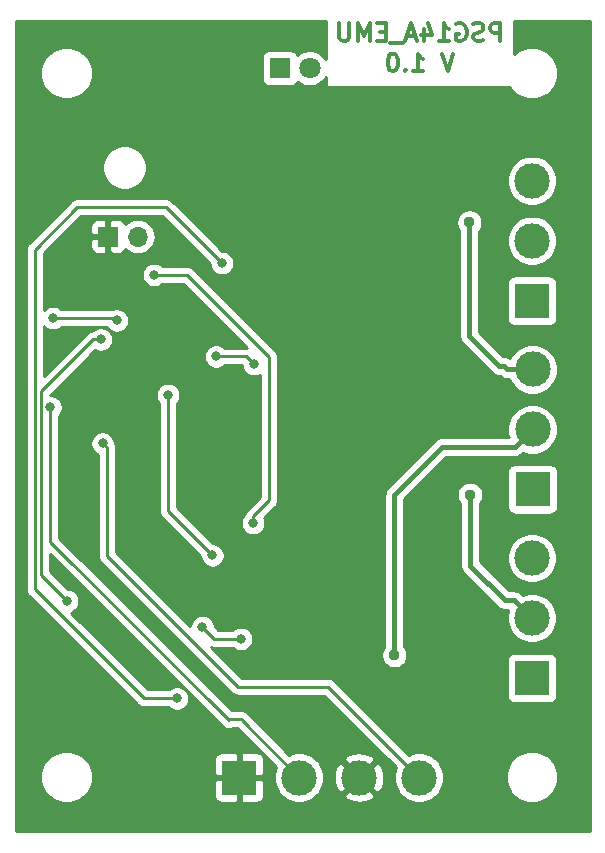
<source format=gbl>
G04 #@! TF.GenerationSoftware,KiCad,Pcbnew,(5.0.0)*
G04 #@! TF.CreationDate,2018-10-17T22:36:33+03:00*
G04 #@! TF.ProjectId,psg14_emu,70736731345F656D752E6B696361645F,rev?*
G04 #@! TF.SameCoordinates,Original*
G04 #@! TF.FileFunction,Copper,L2,Bot,Signal*
G04 #@! TF.FilePolarity,Positive*
%FSLAX46Y46*%
G04 Gerber Fmt 4.6, Leading zero omitted, Abs format (unit mm)*
G04 Created by KiCad (PCBNEW (5.0.0)) date 10/17/18 22:36:33*
%MOMM*%
%LPD*%
G01*
G04 APERTURE LIST*
G04 #@! TA.AperFunction,NonConductor*
%ADD10C,0.300000*%
G04 #@! TD*
G04 #@! TA.AperFunction,ComponentPad*
%ADD11C,3.000000*%
G04 #@! TD*
G04 #@! TA.AperFunction,ComponentPad*
%ADD12R,3.000000X3.000000*%
G04 #@! TD*
G04 #@! TA.AperFunction,ComponentPad*
%ADD13C,1.800000*%
G04 #@! TD*
G04 #@! TA.AperFunction,ComponentPad*
%ADD14R,1.800000X1.800000*%
G04 #@! TD*
G04 #@! TA.AperFunction,ComponentPad*
%ADD15O,1.700000X1.700000*%
G04 #@! TD*
G04 #@! TA.AperFunction,ComponentPad*
%ADD16R,1.700000X1.700000*%
G04 #@! TD*
G04 #@! TA.AperFunction,ViaPad*
%ADD17C,0.800000*%
G04 #@! TD*
G04 #@! TA.AperFunction,ViaPad*
%ADD18C,0.950000*%
G04 #@! TD*
G04 #@! TA.AperFunction,Conductor*
%ADD19C,0.250000*%
G04 #@! TD*
G04 #@! TA.AperFunction,Conductor*
%ADD20C,0.400000*%
G04 #@! TD*
G04 #@! TA.AperFunction,Conductor*
%ADD21C,0.254000*%
G04 #@! TD*
G04 APERTURE END LIST*
D10*
X101721428Y-22403571D02*
X101721428Y-20903571D01*
X101150000Y-20903571D01*
X101007142Y-20975000D01*
X100935714Y-21046428D01*
X100864285Y-21189285D01*
X100864285Y-21403571D01*
X100935714Y-21546428D01*
X101007142Y-21617857D01*
X101150000Y-21689285D01*
X101721428Y-21689285D01*
X100292857Y-22332142D02*
X100078571Y-22403571D01*
X99721428Y-22403571D01*
X99578571Y-22332142D01*
X99507142Y-22260714D01*
X99435714Y-22117857D01*
X99435714Y-21975000D01*
X99507142Y-21832142D01*
X99578571Y-21760714D01*
X99721428Y-21689285D01*
X100007142Y-21617857D01*
X100150000Y-21546428D01*
X100221428Y-21475000D01*
X100292857Y-21332142D01*
X100292857Y-21189285D01*
X100221428Y-21046428D01*
X100150000Y-20975000D01*
X100007142Y-20903571D01*
X99650000Y-20903571D01*
X99435714Y-20975000D01*
X98007142Y-20975000D02*
X98150000Y-20903571D01*
X98364285Y-20903571D01*
X98578571Y-20975000D01*
X98721428Y-21117857D01*
X98792857Y-21260714D01*
X98864285Y-21546428D01*
X98864285Y-21760714D01*
X98792857Y-22046428D01*
X98721428Y-22189285D01*
X98578571Y-22332142D01*
X98364285Y-22403571D01*
X98221428Y-22403571D01*
X98007142Y-22332142D01*
X97935714Y-22260714D01*
X97935714Y-21760714D01*
X98221428Y-21760714D01*
X96507142Y-22403571D02*
X97364285Y-22403571D01*
X96935714Y-22403571D02*
X96935714Y-20903571D01*
X97078571Y-21117857D01*
X97221428Y-21260714D01*
X97364285Y-21332142D01*
X95221428Y-21403571D02*
X95221428Y-22403571D01*
X95578571Y-20832142D02*
X95935714Y-21903571D01*
X95007142Y-21903571D01*
X94507142Y-21975000D02*
X93792857Y-21975000D01*
X94650000Y-22403571D02*
X94150000Y-20903571D01*
X93650000Y-22403571D01*
X93507142Y-22546428D02*
X92364285Y-22546428D01*
X92007142Y-21617857D02*
X91507142Y-21617857D01*
X91292857Y-22403571D02*
X92007142Y-22403571D01*
X92007142Y-20903571D01*
X91292857Y-20903571D01*
X90650000Y-22403571D02*
X90650000Y-20903571D01*
X90150000Y-21975000D01*
X89650000Y-20903571D01*
X89650000Y-22403571D01*
X88935714Y-20903571D02*
X88935714Y-22117857D01*
X88864285Y-22260714D01*
X88792857Y-22332142D01*
X88650000Y-22403571D01*
X88364285Y-22403571D01*
X88221428Y-22332142D01*
X88150000Y-22260714D01*
X88078571Y-22117857D01*
X88078571Y-20903571D01*
X97757142Y-23453571D02*
X97257142Y-24953571D01*
X96757142Y-23453571D01*
X94328571Y-24953571D02*
X95185714Y-24953571D01*
X94757142Y-24953571D02*
X94757142Y-23453571D01*
X94900000Y-23667857D01*
X95042857Y-23810714D01*
X95185714Y-23882142D01*
X93685714Y-24810714D02*
X93614285Y-24882142D01*
X93685714Y-24953571D01*
X93757142Y-24882142D01*
X93685714Y-24810714D01*
X93685714Y-24953571D01*
X92685714Y-23453571D02*
X92542857Y-23453571D01*
X92400000Y-23525000D01*
X92328571Y-23596428D01*
X92257142Y-23739285D01*
X92185714Y-24025000D01*
X92185714Y-24382142D01*
X92257142Y-24667857D01*
X92328571Y-24810714D01*
X92400000Y-24882142D01*
X92542857Y-24953571D01*
X92685714Y-24953571D01*
X92828571Y-24882142D01*
X92900000Y-24810714D01*
X92971428Y-24667857D01*
X93042857Y-24382142D01*
X93042857Y-24025000D01*
X92971428Y-23739285D01*
X92900000Y-23596428D01*
X92828571Y-23525000D01*
X92685714Y-23453571D01*
D11*
G04 #@! TO.P,J4,3*
G04 #@! TO.N,/OUT0*
X104400000Y-34220000D03*
G04 #@! TO.P,J4,2*
G04 #@! TO.N,/OUT1*
X104400000Y-39300000D03*
D12*
G04 #@! TO.P,J4,1*
G04 #@! TO.N,/OUT2*
X104400000Y-44380000D03*
G04 #@! TD*
G04 #@! TO.P,J5,1*
G04 #@! TO.N,/OUT5*
X104450000Y-60350000D03*
D11*
G04 #@! TO.P,J5,2*
G04 #@! TO.N,/OUT4*
X104450000Y-55270000D03*
G04 #@! TO.P,J5,3*
G04 #@! TO.N,/OUT3*
X104450000Y-50190000D03*
G04 #@! TD*
G04 #@! TO.P,J6,3*
G04 #@! TO.N,/OUT6*
X104400000Y-66160000D03*
G04 #@! TO.P,J6,2*
G04 #@! TO.N,/OUT7*
X104400000Y-71240000D03*
D12*
G04 #@! TO.P,J6,1*
G04 #@! TO.N,/GND_O*
X104400000Y-76320000D03*
G04 #@! TD*
D11*
G04 #@! TO.P,J1,4*
G04 #@! TO.N,/B1*
X94840000Y-84750000D03*
D12*
G04 #@! TO.P,J1,1*
G04 #@! TO.N,-BATT*
X79600000Y-84750000D03*
D11*
G04 #@! TO.P,J1,3*
X89760000Y-84750000D03*
G04 #@! TO.P,J1,2*
G04 #@! TO.N,/B0*
X84680000Y-84750000D03*
G04 #@! TD*
D13*
G04 #@! TO.P,D1,2*
G04 #@! TO.N,Net-(D1-Pad2)*
X85590000Y-24700000D03*
D14*
G04 #@! TO.P,D1,1*
G04 #@! TO.N,Net-(D1-Pad1)*
X83050000Y-24700000D03*
G04 #@! TD*
D15*
G04 #@! TO.P,J2,2*
G04 #@! TO.N,+BATT*
X71040000Y-38950000D03*
D16*
G04 #@! TO.P,J2,1*
G04 #@! TO.N,-BATT*
X68500000Y-38950000D03*
G04 #@! TD*
D17*
G04 #@! TO.N,/NRST*
X77350000Y-65950000D03*
X73600000Y-52350000D03*
G04 #@! TO.N,-BATT*
X80250000Y-55650000D03*
X72000000Y-50400000D03*
X73150000Y-68300000D03*
X78000000Y-62450000D03*
G04 #@! TO.N,/B0*
X63625010Y-53400000D03*
G04 #@! TO.N,/DO2*
X80850000Y-49750000D03*
X77650000Y-49100000D03*
G04 #@! TO.N,/DO7*
X80800000Y-63200000D03*
X72400000Y-42200000D03*
G04 #@! TO.N,/DO5*
X63850000Y-45850000D03*
X69250000Y-46050000D03*
G04 #@! TO.N,/DO6*
X67900000Y-47650000D03*
X65050000Y-69800000D03*
X76500000Y-72000000D03*
X79750000Y-73000000D03*
G04 #@! TO.N,/DO4*
X78150000Y-41200000D03*
X74350000Y-78050000D03*
G04 #@! TO.N,/B1*
X68050000Y-56450000D03*
D18*
G04 #@! TO.N,/OUT7*
X99150000Y-60800000D03*
G04 #@! TO.N,/OUT3*
X99100000Y-37750000D03*
G04 #@! TO.N,/OUT4*
X92750000Y-74400000D03*
G04 #@! TD*
D19*
G04 #@! TO.N,/NRST*
X77350000Y-65950000D02*
X73600000Y-62200000D01*
X73600000Y-62200000D02*
X73600000Y-52350000D01*
G04 #@! TO.N,-BATT*
X73150000Y-68300000D02*
X76850000Y-68300000D01*
X76850000Y-68300000D02*
X78900000Y-66250000D01*
X80250000Y-55650000D02*
X78900000Y-54300000D01*
X78900000Y-54300000D02*
X75000000Y-50400000D01*
X68500000Y-40050000D02*
X72850000Y-44400000D01*
X68500000Y-38950000D02*
X68500000Y-40050000D01*
X72850000Y-44400000D02*
X72850000Y-49500000D01*
X73350000Y-50000000D02*
X73350000Y-50400000D01*
X72850000Y-49500000D02*
X73350000Y-50000000D01*
X75000000Y-50400000D02*
X73350000Y-50400000D01*
X73350000Y-50400000D02*
X72000000Y-50400000D01*
X78700000Y-63150000D02*
X78900000Y-63150000D01*
X78000000Y-62450000D02*
X78700000Y-63150000D01*
X78900000Y-66250000D02*
X78900000Y-63150000D01*
X78900000Y-63150000D02*
X78900000Y-54300000D01*
G04 #@! TO.N,/B0*
X78650000Y-79800000D02*
X79850000Y-79800000D01*
X78650000Y-79800000D02*
X78750000Y-79900000D01*
X79850000Y-79920000D02*
X84680000Y-84750000D01*
X79850000Y-79800000D02*
X79850000Y-79920000D01*
X78650000Y-79800000D02*
X63625010Y-64775010D01*
X63625010Y-64775010D02*
X63625010Y-53965685D01*
X63625010Y-53965685D02*
X63625010Y-53400000D01*
G04 #@! TO.N,/DO2*
X80200000Y-49100000D02*
X77650000Y-49100000D01*
X80850000Y-49750000D02*
X80200000Y-49100000D01*
G04 #@! TO.N,/DO7*
X80800000Y-62634315D02*
X82150000Y-61284315D01*
X80800000Y-63200000D02*
X80800000Y-62634315D01*
X82150000Y-61284315D02*
X82150000Y-49150000D01*
X82150000Y-49150000D02*
X75200000Y-42200000D01*
X75200000Y-42200000D02*
X72400000Y-42200000D01*
G04 #@! TO.N,/DO5*
X63850000Y-45850000D02*
X69050000Y-45850000D01*
X69050000Y-45850000D02*
X69250000Y-46050000D01*
G04 #@! TO.N,/DO6*
X67900000Y-47650000D02*
X67334315Y-47650000D01*
X67334315Y-47650000D02*
X67250000Y-47650000D01*
X67250000Y-47650000D02*
X62850000Y-52050000D01*
X62850000Y-52050000D02*
X62850000Y-67600000D01*
X62850000Y-67600000D02*
X65050000Y-69800000D01*
X76500000Y-72000000D02*
X77500000Y-73000000D01*
X77500000Y-73000000D02*
X79750000Y-73000000D01*
G04 #@! TO.N,/DO4*
X73400000Y-36450000D02*
X65900000Y-36450000D01*
X65900000Y-36450000D02*
X62299989Y-40050011D01*
X62299989Y-40050011D02*
X62299989Y-68807111D01*
X62299989Y-68807111D02*
X71542878Y-78050000D01*
X73784315Y-78050000D02*
X74350000Y-78050000D01*
X78150000Y-41200000D02*
X73400000Y-36450000D01*
X71542878Y-78050000D02*
X73784315Y-78050000D01*
G04 #@! TO.N,/B1*
X68449999Y-56849999D02*
X68449999Y-65999999D01*
X68050000Y-56450000D02*
X68449999Y-56849999D01*
X68449999Y-65999999D02*
X79500000Y-77050000D01*
X87140000Y-77050000D02*
X94840000Y-84750000D01*
X79500000Y-77050000D02*
X87140000Y-77050000D01*
D20*
G04 #@! TO.N,/OUT7*
X102900001Y-69740001D02*
X102090001Y-69740001D01*
X104400000Y-71240000D02*
X102900001Y-69740001D01*
X102090001Y-69740001D02*
X99150000Y-66800000D01*
X99150000Y-66800000D02*
X99150000Y-60800000D01*
G04 #@! TO.N,/OUT3*
X102328680Y-50190000D02*
X102038680Y-49900000D01*
X104450000Y-50190000D02*
X102328680Y-50190000D01*
X102038680Y-49900000D02*
X101600000Y-49900000D01*
X101600000Y-49900000D02*
X99100000Y-47400000D01*
X99100000Y-47400000D02*
X99100000Y-37750000D01*
G04 #@! TO.N,/OUT4*
X102950001Y-56769999D02*
X96780001Y-56769999D01*
X104450000Y-55270000D02*
X102950001Y-56769999D01*
X96780001Y-56769999D02*
X92750000Y-60800000D01*
X92750000Y-60800000D02*
X92750000Y-74400000D01*
G04 #@! TD*
D21*
G04 #@! TO.N,-BATT*
G36*
X86936429Y-23952147D02*
X86782312Y-23721495D01*
X86568505Y-23507688D01*
X86317095Y-23339701D01*
X86037743Y-23223989D01*
X85741184Y-23165000D01*
X85438816Y-23165000D01*
X85142257Y-23223989D01*
X84862905Y-23339701D01*
X84611495Y-23507688D01*
X84545056Y-23574127D01*
X84539502Y-23555820D01*
X84480537Y-23445506D01*
X84401185Y-23348815D01*
X84304494Y-23269463D01*
X84194180Y-23210498D01*
X84074482Y-23174188D01*
X83950000Y-23161928D01*
X82150000Y-23161928D01*
X82025518Y-23174188D01*
X81905820Y-23210498D01*
X81795506Y-23269463D01*
X81698815Y-23348815D01*
X81619463Y-23445506D01*
X81560498Y-23555820D01*
X81524188Y-23675518D01*
X81511928Y-23800000D01*
X81511928Y-25600000D01*
X81524188Y-25724482D01*
X81560498Y-25844180D01*
X81619463Y-25954494D01*
X81698815Y-26051185D01*
X81795506Y-26130537D01*
X81905820Y-26189502D01*
X82025518Y-26225812D01*
X82150000Y-26238072D01*
X83950000Y-26238072D01*
X84074482Y-26225812D01*
X84194180Y-26189502D01*
X84304494Y-26130537D01*
X84401185Y-26051185D01*
X84480537Y-25954494D01*
X84539502Y-25844180D01*
X84545056Y-25825873D01*
X84611495Y-25892312D01*
X84862905Y-26060299D01*
X85142257Y-26176011D01*
X85438816Y-26235000D01*
X85741184Y-26235000D01*
X86037743Y-26176011D01*
X86317095Y-26060299D01*
X86568505Y-25892312D01*
X86782312Y-25678505D01*
X86936429Y-25447853D01*
X86936429Y-26305000D01*
X102517144Y-26305000D01*
X102663962Y-26524729D01*
X102975271Y-26836038D01*
X103341331Y-27080631D01*
X103748075Y-27249110D01*
X104179872Y-27335000D01*
X104620128Y-27335000D01*
X105051925Y-27249110D01*
X105458669Y-27080631D01*
X105824729Y-26836038D01*
X106136038Y-26524729D01*
X106380631Y-26158669D01*
X106549110Y-25751925D01*
X106635000Y-25320128D01*
X106635000Y-24879872D01*
X106549110Y-24448075D01*
X106380631Y-24041331D01*
X106136038Y-23675271D01*
X105824729Y-23363962D01*
X105458669Y-23119369D01*
X105051925Y-22950890D01*
X104620128Y-22865000D01*
X104179872Y-22865000D01*
X103748075Y-22950890D01*
X103341331Y-23119369D01*
X102975271Y-23363962D01*
X102863572Y-23475661D01*
X102863572Y-20710000D01*
X109290001Y-20710000D01*
X109290000Y-89290000D01*
X60710000Y-89290000D01*
X60710000Y-84479872D01*
X62765000Y-84479872D01*
X62765000Y-84920128D01*
X62850890Y-85351925D01*
X63019369Y-85758669D01*
X63263962Y-86124729D01*
X63575271Y-86436038D01*
X63941331Y-86680631D01*
X64348075Y-86849110D01*
X64779872Y-86935000D01*
X65220128Y-86935000D01*
X65651925Y-86849110D01*
X66058669Y-86680631D01*
X66424729Y-86436038D01*
X66736038Y-86124729D01*
X66980631Y-85758669D01*
X67149110Y-85351925D01*
X67212001Y-85035750D01*
X77465000Y-85035750D01*
X77465000Y-86312542D01*
X77489403Y-86435223D01*
X77537270Y-86550785D01*
X77606763Y-86654789D01*
X77695211Y-86743237D01*
X77799215Y-86812730D01*
X77914777Y-86860597D01*
X78037458Y-86885000D01*
X79314250Y-86885000D01*
X79473000Y-86726250D01*
X79473000Y-84877000D01*
X79727000Y-84877000D01*
X79727000Y-86726250D01*
X79885750Y-86885000D01*
X81162542Y-86885000D01*
X81285223Y-86860597D01*
X81400785Y-86812730D01*
X81504789Y-86743237D01*
X81593237Y-86654789D01*
X81662730Y-86550785D01*
X81710597Y-86435223D01*
X81735000Y-86312542D01*
X81735000Y-85035750D01*
X81576250Y-84877000D01*
X79727000Y-84877000D01*
X79473000Y-84877000D01*
X77623750Y-84877000D01*
X77465000Y-85035750D01*
X67212001Y-85035750D01*
X67235000Y-84920128D01*
X67235000Y-84479872D01*
X67149110Y-84048075D01*
X66980631Y-83641331D01*
X66736038Y-83275271D01*
X66648225Y-83187458D01*
X77465000Y-83187458D01*
X77465000Y-84464250D01*
X77623750Y-84623000D01*
X79473000Y-84623000D01*
X79473000Y-82773750D01*
X79727000Y-82773750D01*
X79727000Y-84623000D01*
X81576250Y-84623000D01*
X81735000Y-84464250D01*
X81735000Y-83187458D01*
X81710597Y-83064777D01*
X81662730Y-82949215D01*
X81593237Y-82845211D01*
X81504789Y-82756763D01*
X81400785Y-82687270D01*
X81285223Y-82639403D01*
X81162542Y-82615000D01*
X79885750Y-82615000D01*
X79727000Y-82773750D01*
X79473000Y-82773750D01*
X79314250Y-82615000D01*
X78037458Y-82615000D01*
X77914777Y-82639403D01*
X77799215Y-82687270D01*
X77695211Y-82756763D01*
X77606763Y-82845211D01*
X77537270Y-82949215D01*
X77489403Y-83064777D01*
X77465000Y-83187458D01*
X66648225Y-83187458D01*
X66424729Y-82963962D01*
X66058669Y-82719369D01*
X65651925Y-82550890D01*
X65220128Y-82465000D01*
X64779872Y-82465000D01*
X64348075Y-82550890D01*
X63941331Y-82719369D01*
X63575271Y-82963962D01*
X63263962Y-83275271D01*
X63019369Y-83641331D01*
X62850890Y-84048075D01*
X62765000Y-84479872D01*
X60710000Y-84479872D01*
X60710000Y-40050011D01*
X61536313Y-40050011D01*
X61539989Y-40087333D01*
X61539990Y-68769778D01*
X61536313Y-68807111D01*
X61550987Y-68956096D01*
X61594443Y-69099357D01*
X61665015Y-69231387D01*
X61699869Y-69273856D01*
X61759989Y-69347112D01*
X61788987Y-69370910D01*
X70979079Y-78561003D01*
X71002877Y-78590001D01*
X71031875Y-78613799D01*
X71118601Y-78684974D01*
X71250631Y-78755546D01*
X71393892Y-78799003D01*
X71505545Y-78810000D01*
X71505555Y-78810000D01*
X71542878Y-78813676D01*
X71580200Y-78810000D01*
X73646289Y-78810000D01*
X73690226Y-78853937D01*
X73859744Y-78967205D01*
X74048102Y-79045226D01*
X74248061Y-79085000D01*
X74451939Y-79085000D01*
X74651898Y-79045226D01*
X74840256Y-78967205D01*
X75009774Y-78853937D01*
X75153937Y-78709774D01*
X75267205Y-78540256D01*
X75345226Y-78351898D01*
X75385000Y-78151939D01*
X75385000Y-77948061D01*
X75345226Y-77748102D01*
X75267205Y-77559744D01*
X75153937Y-77390226D01*
X75009774Y-77246063D01*
X74840256Y-77132795D01*
X74651898Y-77054774D01*
X74451939Y-77015000D01*
X74248061Y-77015000D01*
X74048102Y-77054774D01*
X73859744Y-77132795D01*
X73690226Y-77246063D01*
X73646289Y-77290000D01*
X71857680Y-77290000D01*
X65359681Y-70792002D01*
X65540256Y-70717205D01*
X65709774Y-70603937D01*
X65853937Y-70459774D01*
X65967205Y-70290256D01*
X66045226Y-70101898D01*
X66085000Y-69901939D01*
X66085000Y-69698061D01*
X66045226Y-69498102D01*
X65967205Y-69309744D01*
X65853937Y-69140226D01*
X65709774Y-68996063D01*
X65540256Y-68882795D01*
X65351898Y-68804774D01*
X65151939Y-68765000D01*
X65089802Y-68765000D01*
X63610000Y-67285199D01*
X63610000Y-65834801D01*
X78086200Y-80311002D01*
X78109999Y-80340001D01*
X78139003Y-80363804D01*
X78238998Y-80463799D01*
X78325724Y-80534973D01*
X78457754Y-80605545D01*
X78601014Y-80649002D01*
X78749999Y-80663676D01*
X78898985Y-80649002D01*
X79042246Y-80605545D01*
X79127453Y-80560000D01*
X79415199Y-80560000D01*
X82731140Y-83875942D01*
X82627047Y-84127244D01*
X82545000Y-84539721D01*
X82545000Y-84960279D01*
X82627047Y-85372756D01*
X82787988Y-85761302D01*
X83021637Y-86110983D01*
X83319017Y-86408363D01*
X83668698Y-86642012D01*
X84057244Y-86802953D01*
X84469721Y-86885000D01*
X84890279Y-86885000D01*
X85302756Y-86802953D01*
X85691302Y-86642012D01*
X86040983Y-86408363D01*
X86207693Y-86241653D01*
X88447952Y-86241653D01*
X88603962Y-86557214D01*
X88978745Y-86748020D01*
X89383551Y-86862044D01*
X89802824Y-86894902D01*
X90220451Y-86845334D01*
X90620383Y-86715243D01*
X90916038Y-86557214D01*
X91072048Y-86241653D01*
X89760000Y-84929605D01*
X88447952Y-86241653D01*
X86207693Y-86241653D01*
X86338363Y-86110983D01*
X86572012Y-85761302D01*
X86732953Y-85372756D01*
X86815000Y-84960279D01*
X86815000Y-84792824D01*
X87615098Y-84792824D01*
X87664666Y-85210451D01*
X87794757Y-85610383D01*
X87952786Y-85906038D01*
X88268347Y-86062048D01*
X89580395Y-84750000D01*
X89939605Y-84750000D01*
X91251653Y-86062048D01*
X91567214Y-85906038D01*
X91758020Y-85531255D01*
X91872044Y-85126449D01*
X91904902Y-84707176D01*
X91855334Y-84289549D01*
X91725243Y-83889617D01*
X91567214Y-83593962D01*
X91251653Y-83437952D01*
X89939605Y-84750000D01*
X89580395Y-84750000D01*
X88268347Y-83437952D01*
X87952786Y-83593962D01*
X87761980Y-83968745D01*
X87647956Y-84373551D01*
X87615098Y-84792824D01*
X86815000Y-84792824D01*
X86815000Y-84539721D01*
X86732953Y-84127244D01*
X86572012Y-83738698D01*
X86338363Y-83389017D01*
X86207693Y-83258347D01*
X88447952Y-83258347D01*
X89760000Y-84570395D01*
X91072048Y-83258347D01*
X90916038Y-82942786D01*
X90541255Y-82751980D01*
X90136449Y-82637956D01*
X89717176Y-82605098D01*
X89299549Y-82654666D01*
X88899617Y-82784757D01*
X88603962Y-82942786D01*
X88447952Y-83258347D01*
X86207693Y-83258347D01*
X86040983Y-83091637D01*
X85691302Y-82857988D01*
X85302756Y-82697047D01*
X84890279Y-82615000D01*
X84469721Y-82615000D01*
X84057244Y-82697047D01*
X83805942Y-82801140D01*
X80574266Y-79569465D01*
X80555546Y-79507753D01*
X80484974Y-79375724D01*
X80390001Y-79259999D01*
X80274276Y-79165026D01*
X80142247Y-79094454D01*
X79998986Y-79050997D01*
X79887333Y-79040000D01*
X79850000Y-79036323D01*
X79812667Y-79040000D01*
X78964802Y-79040000D01*
X64385010Y-64460209D01*
X64385010Y-56348061D01*
X67015000Y-56348061D01*
X67015000Y-56551939D01*
X67054774Y-56751898D01*
X67132795Y-56940256D01*
X67246063Y-57109774D01*
X67390226Y-57253937D01*
X67559744Y-57367205D01*
X67689999Y-57421159D01*
X67690000Y-65962667D01*
X67686323Y-65999999D01*
X67690000Y-66037332D01*
X67696073Y-66098986D01*
X67700997Y-66148984D01*
X67744453Y-66292245D01*
X67815025Y-66424275D01*
X67859867Y-66478914D01*
X67909999Y-66540000D01*
X67938997Y-66563798D01*
X78936200Y-77561002D01*
X78959999Y-77590001D01*
X79075724Y-77684974D01*
X79207753Y-77755546D01*
X79351014Y-77799003D01*
X79462667Y-77810000D01*
X79462676Y-77810000D01*
X79499999Y-77813676D01*
X79537322Y-77810000D01*
X86825199Y-77810000D01*
X92891140Y-83875942D01*
X92787047Y-84127244D01*
X92705000Y-84539721D01*
X92705000Y-84960279D01*
X92787047Y-85372756D01*
X92947988Y-85761302D01*
X93181637Y-86110983D01*
X93479017Y-86408363D01*
X93828698Y-86642012D01*
X94217244Y-86802953D01*
X94629721Y-86885000D01*
X95050279Y-86885000D01*
X95462756Y-86802953D01*
X95851302Y-86642012D01*
X96200983Y-86408363D01*
X96498363Y-86110983D01*
X96732012Y-85761302D01*
X96892953Y-85372756D01*
X96975000Y-84960279D01*
X96975000Y-84539721D01*
X96963096Y-84479872D01*
X102165000Y-84479872D01*
X102165000Y-84920128D01*
X102250890Y-85351925D01*
X102419369Y-85758669D01*
X102663962Y-86124729D01*
X102975271Y-86436038D01*
X103341331Y-86680631D01*
X103748075Y-86849110D01*
X104179872Y-86935000D01*
X104620128Y-86935000D01*
X105051925Y-86849110D01*
X105458669Y-86680631D01*
X105824729Y-86436038D01*
X106136038Y-86124729D01*
X106380631Y-85758669D01*
X106549110Y-85351925D01*
X106635000Y-84920128D01*
X106635000Y-84479872D01*
X106549110Y-84048075D01*
X106380631Y-83641331D01*
X106136038Y-83275271D01*
X105824729Y-82963962D01*
X105458669Y-82719369D01*
X105051925Y-82550890D01*
X104620128Y-82465000D01*
X104179872Y-82465000D01*
X103748075Y-82550890D01*
X103341331Y-82719369D01*
X102975271Y-82963962D01*
X102663962Y-83275271D01*
X102419369Y-83641331D01*
X102250890Y-84048075D01*
X102165000Y-84479872D01*
X96963096Y-84479872D01*
X96892953Y-84127244D01*
X96732012Y-83738698D01*
X96498363Y-83389017D01*
X96200983Y-83091637D01*
X95851302Y-82857988D01*
X95462756Y-82697047D01*
X95050279Y-82615000D01*
X94629721Y-82615000D01*
X94217244Y-82697047D01*
X93965942Y-82801140D01*
X87703804Y-76539003D01*
X87680001Y-76509999D01*
X87564276Y-76415026D01*
X87432247Y-76344454D01*
X87288986Y-76300997D01*
X87177333Y-76290000D01*
X87177322Y-76290000D01*
X87140000Y-76286324D01*
X87102678Y-76290000D01*
X79814802Y-76290000D01*
X77815477Y-74290675D01*
X91640000Y-74290675D01*
X91640000Y-74509325D01*
X91682657Y-74723775D01*
X91766331Y-74925782D01*
X91887807Y-75107584D01*
X92042416Y-75262193D01*
X92224218Y-75383669D01*
X92426225Y-75467343D01*
X92640675Y-75510000D01*
X92859325Y-75510000D01*
X93073775Y-75467343D01*
X93275782Y-75383669D01*
X93457584Y-75262193D01*
X93612193Y-75107584D01*
X93733669Y-74925782D01*
X93777485Y-74820000D01*
X102261928Y-74820000D01*
X102261928Y-77820000D01*
X102274188Y-77944482D01*
X102310498Y-78064180D01*
X102369463Y-78174494D01*
X102448815Y-78271185D01*
X102545506Y-78350537D01*
X102655820Y-78409502D01*
X102775518Y-78445812D01*
X102900000Y-78458072D01*
X105900000Y-78458072D01*
X106024482Y-78445812D01*
X106144180Y-78409502D01*
X106254494Y-78350537D01*
X106351185Y-78271185D01*
X106430537Y-78174494D01*
X106489502Y-78064180D01*
X106525812Y-77944482D01*
X106538072Y-77820000D01*
X106538072Y-74820000D01*
X106525812Y-74695518D01*
X106489502Y-74575820D01*
X106430537Y-74465506D01*
X106351185Y-74368815D01*
X106254494Y-74289463D01*
X106144180Y-74230498D01*
X106024482Y-74194188D01*
X105900000Y-74181928D01*
X102900000Y-74181928D01*
X102775518Y-74194188D01*
X102655820Y-74230498D01*
X102545506Y-74289463D01*
X102448815Y-74368815D01*
X102369463Y-74465506D01*
X102310498Y-74575820D01*
X102274188Y-74695518D01*
X102261928Y-74820000D01*
X93777485Y-74820000D01*
X93817343Y-74723775D01*
X93860000Y-74509325D01*
X93860000Y-74290675D01*
X93817343Y-74076225D01*
X93733669Y-73874218D01*
X93612193Y-73692416D01*
X93585000Y-73665223D01*
X93585000Y-61145867D01*
X94040192Y-60690675D01*
X98040000Y-60690675D01*
X98040000Y-60909325D01*
X98082657Y-61123775D01*
X98166331Y-61325782D01*
X98287807Y-61507584D01*
X98315001Y-61534778D01*
X98315000Y-66758981D01*
X98310960Y-66800000D01*
X98315000Y-66841018D01*
X98327082Y-66963688D01*
X98374828Y-67121086D01*
X98452364Y-67266145D01*
X98556709Y-67393291D01*
X98588579Y-67419446D01*
X101470560Y-70301428D01*
X101496710Y-70333292D01*
X101623855Y-70437637D01*
X101768914Y-70515173D01*
X101926312Y-70562919D01*
X102048982Y-70575001D01*
X102048992Y-70575001D01*
X102090000Y-70579040D01*
X102131008Y-70575001D01*
X102364545Y-70575001D01*
X102347047Y-70617244D01*
X102265000Y-71029721D01*
X102265000Y-71450279D01*
X102347047Y-71862756D01*
X102507988Y-72251302D01*
X102741637Y-72600983D01*
X103039017Y-72898363D01*
X103388698Y-73132012D01*
X103777244Y-73292953D01*
X104189721Y-73375000D01*
X104610279Y-73375000D01*
X105022756Y-73292953D01*
X105411302Y-73132012D01*
X105760983Y-72898363D01*
X106058363Y-72600983D01*
X106292012Y-72251302D01*
X106452953Y-71862756D01*
X106535000Y-71450279D01*
X106535000Y-71029721D01*
X106452953Y-70617244D01*
X106292012Y-70228698D01*
X106058363Y-69879017D01*
X105760983Y-69581637D01*
X105411302Y-69347988D01*
X105022756Y-69187047D01*
X104610279Y-69105000D01*
X104189721Y-69105000D01*
X103777244Y-69187047D01*
X103600941Y-69260074D01*
X103519447Y-69178579D01*
X103493292Y-69146710D01*
X103366147Y-69042365D01*
X103221088Y-68964829D01*
X103063690Y-68917083D01*
X102941020Y-68905001D01*
X102941019Y-68905001D01*
X102900001Y-68900961D01*
X102858983Y-68905001D01*
X102435869Y-68905001D01*
X99985000Y-66454133D01*
X99985000Y-65949721D01*
X102265000Y-65949721D01*
X102265000Y-66370279D01*
X102347047Y-66782756D01*
X102507988Y-67171302D01*
X102741637Y-67520983D01*
X103039017Y-67818363D01*
X103388698Y-68052012D01*
X103777244Y-68212953D01*
X104189721Y-68295000D01*
X104610279Y-68295000D01*
X105022756Y-68212953D01*
X105411302Y-68052012D01*
X105760983Y-67818363D01*
X106058363Y-67520983D01*
X106292012Y-67171302D01*
X106452953Y-66782756D01*
X106535000Y-66370279D01*
X106535000Y-65949721D01*
X106452953Y-65537244D01*
X106292012Y-65148698D01*
X106058363Y-64799017D01*
X105760983Y-64501637D01*
X105411302Y-64267988D01*
X105022756Y-64107047D01*
X104610279Y-64025000D01*
X104189721Y-64025000D01*
X103777244Y-64107047D01*
X103388698Y-64267988D01*
X103039017Y-64501637D01*
X102741637Y-64799017D01*
X102507988Y-65148698D01*
X102347047Y-65537244D01*
X102265000Y-65949721D01*
X99985000Y-65949721D01*
X99985000Y-61534777D01*
X100012193Y-61507584D01*
X100133669Y-61325782D01*
X100217343Y-61123775D01*
X100260000Y-60909325D01*
X100260000Y-60690675D01*
X100217343Y-60476225D01*
X100133669Y-60274218D01*
X100012193Y-60092416D01*
X99857584Y-59937807D01*
X99675782Y-59816331D01*
X99473775Y-59732657D01*
X99259325Y-59690000D01*
X99040675Y-59690000D01*
X98826225Y-59732657D01*
X98624218Y-59816331D01*
X98442416Y-59937807D01*
X98287807Y-60092416D01*
X98166331Y-60274218D01*
X98082657Y-60476225D01*
X98040000Y-60690675D01*
X94040192Y-60690675D01*
X95880867Y-58850000D01*
X102311928Y-58850000D01*
X102311928Y-61850000D01*
X102324188Y-61974482D01*
X102360498Y-62094180D01*
X102419463Y-62204494D01*
X102498815Y-62301185D01*
X102595506Y-62380537D01*
X102705820Y-62439502D01*
X102825518Y-62475812D01*
X102950000Y-62488072D01*
X105950000Y-62488072D01*
X106074482Y-62475812D01*
X106194180Y-62439502D01*
X106304494Y-62380537D01*
X106401185Y-62301185D01*
X106480537Y-62204494D01*
X106539502Y-62094180D01*
X106575812Y-61974482D01*
X106588072Y-61850000D01*
X106588072Y-58850000D01*
X106575812Y-58725518D01*
X106539502Y-58605820D01*
X106480537Y-58495506D01*
X106401185Y-58398815D01*
X106304494Y-58319463D01*
X106194180Y-58260498D01*
X106074482Y-58224188D01*
X105950000Y-58211928D01*
X102950000Y-58211928D01*
X102825518Y-58224188D01*
X102705820Y-58260498D01*
X102595506Y-58319463D01*
X102498815Y-58398815D01*
X102419463Y-58495506D01*
X102360498Y-58605820D01*
X102324188Y-58725518D01*
X102311928Y-58850000D01*
X95880867Y-58850000D01*
X97125869Y-57604999D01*
X102908983Y-57604999D01*
X102950001Y-57609039D01*
X102991019Y-57604999D01*
X102991020Y-57604999D01*
X103113690Y-57592917D01*
X103271088Y-57545171D01*
X103416147Y-57467635D01*
X103543292Y-57363290D01*
X103569447Y-57331421D01*
X103650941Y-57249926D01*
X103827244Y-57322953D01*
X104239721Y-57405000D01*
X104660279Y-57405000D01*
X105072756Y-57322953D01*
X105461302Y-57162012D01*
X105810983Y-56928363D01*
X106108363Y-56630983D01*
X106342012Y-56281302D01*
X106502953Y-55892756D01*
X106585000Y-55480279D01*
X106585000Y-55059721D01*
X106502953Y-54647244D01*
X106342012Y-54258698D01*
X106108363Y-53909017D01*
X105810983Y-53611637D01*
X105461302Y-53377988D01*
X105072756Y-53217047D01*
X104660279Y-53135000D01*
X104239721Y-53135000D01*
X103827244Y-53217047D01*
X103438698Y-53377988D01*
X103089017Y-53611637D01*
X102791637Y-53909017D01*
X102557988Y-54258698D01*
X102397047Y-54647244D01*
X102315000Y-55059721D01*
X102315000Y-55480279D01*
X102397047Y-55892756D01*
X102414545Y-55934999D01*
X96821019Y-55934999D01*
X96780000Y-55930959D01*
X96738982Y-55934999D01*
X96616312Y-55947081D01*
X96458914Y-55994827D01*
X96313855Y-56072363D01*
X96186710Y-56176708D01*
X96160562Y-56208570D01*
X92188579Y-60180554D01*
X92156709Y-60206709D01*
X92052365Y-60333854D01*
X92052364Y-60333855D01*
X91974828Y-60478914D01*
X91927082Y-60636312D01*
X91910960Y-60800000D01*
X91915000Y-60841019D01*
X91915001Y-73665222D01*
X91887807Y-73692416D01*
X91766331Y-73874218D01*
X91682657Y-74076225D01*
X91640000Y-74290675D01*
X77815477Y-74290675D01*
X77240186Y-73715384D01*
X77351014Y-73749003D01*
X77500000Y-73763677D01*
X77537333Y-73760000D01*
X79046289Y-73760000D01*
X79090226Y-73803937D01*
X79259744Y-73917205D01*
X79448102Y-73995226D01*
X79648061Y-74035000D01*
X79851939Y-74035000D01*
X80051898Y-73995226D01*
X80240256Y-73917205D01*
X80409774Y-73803937D01*
X80553937Y-73659774D01*
X80667205Y-73490256D01*
X80745226Y-73301898D01*
X80785000Y-73101939D01*
X80785000Y-72898061D01*
X80745226Y-72698102D01*
X80667205Y-72509744D01*
X80553937Y-72340226D01*
X80409774Y-72196063D01*
X80240256Y-72082795D01*
X80051898Y-72004774D01*
X79851939Y-71965000D01*
X79648061Y-71965000D01*
X79448102Y-72004774D01*
X79259744Y-72082795D01*
X79090226Y-72196063D01*
X79046289Y-72240000D01*
X77814802Y-72240000D01*
X77535000Y-71960199D01*
X77535000Y-71898061D01*
X77495226Y-71698102D01*
X77417205Y-71509744D01*
X77303937Y-71340226D01*
X77159774Y-71196063D01*
X76990256Y-71082795D01*
X76801898Y-71004774D01*
X76601939Y-70965000D01*
X76398061Y-70965000D01*
X76198102Y-71004774D01*
X76009744Y-71082795D01*
X75840226Y-71196063D01*
X75696063Y-71340226D01*
X75582795Y-71509744D01*
X75504774Y-71698102D01*
X75465000Y-71898061D01*
X75465000Y-71940198D01*
X69209999Y-65685198D01*
X69209999Y-56887321D01*
X69213675Y-56849998D01*
X69209999Y-56812676D01*
X69209999Y-56812666D01*
X69199002Y-56701013D01*
X69155545Y-56557752D01*
X69085000Y-56425774D01*
X69085000Y-56348061D01*
X69045226Y-56148102D01*
X68967205Y-55959744D01*
X68853937Y-55790226D01*
X68709774Y-55646063D01*
X68540256Y-55532795D01*
X68351898Y-55454774D01*
X68151939Y-55415000D01*
X67948061Y-55415000D01*
X67748102Y-55454774D01*
X67559744Y-55532795D01*
X67390226Y-55646063D01*
X67246063Y-55790226D01*
X67132795Y-55959744D01*
X67054774Y-56148102D01*
X67015000Y-56348061D01*
X64385010Y-56348061D01*
X64385010Y-54103711D01*
X64428947Y-54059774D01*
X64542215Y-53890256D01*
X64620236Y-53701898D01*
X64660010Y-53501939D01*
X64660010Y-53298061D01*
X64620236Y-53098102D01*
X64542215Y-52909744D01*
X64428947Y-52740226D01*
X64284784Y-52596063D01*
X64115266Y-52482795D01*
X63926908Y-52404774D01*
X63726949Y-52365000D01*
X63610000Y-52365000D01*
X63610000Y-52364801D01*
X63726740Y-52248061D01*
X72565000Y-52248061D01*
X72565000Y-52451939D01*
X72604774Y-52651898D01*
X72682795Y-52840256D01*
X72796063Y-53009774D01*
X72840001Y-53053712D01*
X72840000Y-62162678D01*
X72836324Y-62200000D01*
X72840000Y-62237322D01*
X72840000Y-62237332D01*
X72850997Y-62348985D01*
X72865278Y-62396063D01*
X72894454Y-62492246D01*
X72965026Y-62624276D01*
X73004871Y-62672826D01*
X73059999Y-62740001D01*
X73089003Y-62763804D01*
X76315000Y-65989802D01*
X76315000Y-66051939D01*
X76354774Y-66251898D01*
X76432795Y-66440256D01*
X76546063Y-66609774D01*
X76690226Y-66753937D01*
X76859744Y-66867205D01*
X77048102Y-66945226D01*
X77248061Y-66985000D01*
X77451939Y-66985000D01*
X77651898Y-66945226D01*
X77840256Y-66867205D01*
X78009774Y-66753937D01*
X78153937Y-66609774D01*
X78267205Y-66440256D01*
X78345226Y-66251898D01*
X78385000Y-66051939D01*
X78385000Y-65848061D01*
X78345226Y-65648102D01*
X78267205Y-65459744D01*
X78153937Y-65290226D01*
X78009774Y-65146063D01*
X77840256Y-65032795D01*
X77651898Y-64954774D01*
X77451939Y-64915000D01*
X77389802Y-64915000D01*
X74360000Y-61885199D01*
X74360000Y-53053711D01*
X74403937Y-53009774D01*
X74517205Y-52840256D01*
X74595226Y-52651898D01*
X74635000Y-52451939D01*
X74635000Y-52248061D01*
X74595226Y-52048102D01*
X74517205Y-51859744D01*
X74403937Y-51690226D01*
X74259774Y-51546063D01*
X74090256Y-51432795D01*
X73901898Y-51354774D01*
X73701939Y-51315000D01*
X73498061Y-51315000D01*
X73298102Y-51354774D01*
X73109744Y-51432795D01*
X72940226Y-51546063D01*
X72796063Y-51690226D01*
X72682795Y-51859744D01*
X72604774Y-52048102D01*
X72565000Y-52248061D01*
X63726740Y-52248061D01*
X67408457Y-48566345D01*
X67409744Y-48567205D01*
X67598102Y-48645226D01*
X67798061Y-48685000D01*
X68001939Y-48685000D01*
X68201898Y-48645226D01*
X68390256Y-48567205D01*
X68559774Y-48453937D01*
X68703937Y-48309774D01*
X68817205Y-48140256D01*
X68895226Y-47951898D01*
X68935000Y-47751939D01*
X68935000Y-47548061D01*
X68895226Y-47348102D01*
X68817205Y-47159744D01*
X68703937Y-46990226D01*
X68559774Y-46846063D01*
X68390256Y-46732795D01*
X68201898Y-46654774D01*
X68001939Y-46615000D01*
X67798061Y-46615000D01*
X67598102Y-46654774D01*
X67409744Y-46732795D01*
X67240226Y-46846063D01*
X67194500Y-46891789D01*
X67101014Y-46900997D01*
X66957753Y-46944454D01*
X66825724Y-47015026D01*
X66709999Y-47109999D01*
X66686201Y-47138997D01*
X63059989Y-50765210D01*
X63059989Y-46523700D01*
X63190226Y-46653937D01*
X63359744Y-46767205D01*
X63548102Y-46845226D01*
X63748061Y-46885000D01*
X63951939Y-46885000D01*
X64151898Y-46845226D01*
X64340256Y-46767205D01*
X64509774Y-46653937D01*
X64553711Y-46610000D01*
X68379396Y-46610000D01*
X68446063Y-46709774D01*
X68590226Y-46853937D01*
X68759744Y-46967205D01*
X68948102Y-47045226D01*
X69148061Y-47085000D01*
X69351939Y-47085000D01*
X69551898Y-47045226D01*
X69740256Y-46967205D01*
X69909774Y-46853937D01*
X70053937Y-46709774D01*
X70167205Y-46540256D01*
X70245226Y-46351898D01*
X70285000Y-46151939D01*
X70285000Y-45948061D01*
X70245226Y-45748102D01*
X70167205Y-45559744D01*
X70053937Y-45390226D01*
X69909774Y-45246063D01*
X69740256Y-45132795D01*
X69551898Y-45054774D01*
X69351939Y-45015000D01*
X69148061Y-45015000D01*
X68948102Y-45054774D01*
X68863060Y-45090000D01*
X64553711Y-45090000D01*
X64509774Y-45046063D01*
X64340256Y-44932795D01*
X64151898Y-44854774D01*
X63951939Y-44815000D01*
X63748061Y-44815000D01*
X63548102Y-44854774D01*
X63359744Y-44932795D01*
X63190226Y-45046063D01*
X63059989Y-45176300D01*
X63059989Y-42098061D01*
X71365000Y-42098061D01*
X71365000Y-42301939D01*
X71404774Y-42501898D01*
X71482795Y-42690256D01*
X71596063Y-42859774D01*
X71740226Y-43003937D01*
X71909744Y-43117205D01*
X72098102Y-43195226D01*
X72298061Y-43235000D01*
X72501939Y-43235000D01*
X72701898Y-43195226D01*
X72890256Y-43117205D01*
X73059774Y-43003937D01*
X73103711Y-42960000D01*
X74885199Y-42960000D01*
X80268243Y-48343044D01*
X80237333Y-48340000D01*
X80237322Y-48340000D01*
X80200000Y-48336324D01*
X80162678Y-48340000D01*
X78353711Y-48340000D01*
X78309774Y-48296063D01*
X78140256Y-48182795D01*
X77951898Y-48104774D01*
X77751939Y-48065000D01*
X77548061Y-48065000D01*
X77348102Y-48104774D01*
X77159744Y-48182795D01*
X76990226Y-48296063D01*
X76846063Y-48440226D01*
X76732795Y-48609744D01*
X76654774Y-48798102D01*
X76615000Y-48998061D01*
X76615000Y-49201939D01*
X76654774Y-49401898D01*
X76732795Y-49590256D01*
X76846063Y-49759774D01*
X76990226Y-49903937D01*
X77159744Y-50017205D01*
X77348102Y-50095226D01*
X77548061Y-50135000D01*
X77751939Y-50135000D01*
X77951898Y-50095226D01*
X78140256Y-50017205D01*
X78309774Y-49903937D01*
X78353711Y-49860000D01*
X79816603Y-49860000D01*
X79854774Y-50051898D01*
X79932795Y-50240256D01*
X80046063Y-50409774D01*
X80190226Y-50553937D01*
X80359744Y-50667205D01*
X80548102Y-50745226D01*
X80748061Y-50785000D01*
X80951939Y-50785000D01*
X81151898Y-50745226D01*
X81340256Y-50667205D01*
X81390001Y-50633967D01*
X81390000Y-60969513D01*
X80288998Y-62070516D01*
X80260000Y-62094314D01*
X80236202Y-62123312D01*
X80236201Y-62123313D01*
X80165026Y-62210039D01*
X80126137Y-62282795D01*
X80094454Y-62342068D01*
X80051013Y-62485276D01*
X79996063Y-62540226D01*
X79882795Y-62709744D01*
X79804774Y-62898102D01*
X79765000Y-63098061D01*
X79765000Y-63301939D01*
X79804774Y-63501898D01*
X79882795Y-63690256D01*
X79996063Y-63859774D01*
X80140226Y-64003937D01*
X80309744Y-64117205D01*
X80498102Y-64195226D01*
X80698061Y-64235000D01*
X80901939Y-64235000D01*
X81101898Y-64195226D01*
X81290256Y-64117205D01*
X81459774Y-64003937D01*
X81603937Y-63859774D01*
X81717205Y-63690256D01*
X81795226Y-63501898D01*
X81835000Y-63301939D01*
X81835000Y-63098061D01*
X81795226Y-62898102D01*
X81741271Y-62767845D01*
X82661004Y-61848113D01*
X82690001Y-61824316D01*
X82784974Y-61708591D01*
X82855546Y-61576562D01*
X82899003Y-61433301D01*
X82910000Y-61321648D01*
X82910000Y-61321639D01*
X82913676Y-61284316D01*
X82910000Y-61246993D01*
X82910000Y-49187322D01*
X82913676Y-49149999D01*
X82910000Y-49112676D01*
X82910000Y-49112667D01*
X82899003Y-49001014D01*
X82855546Y-48857753D01*
X82784974Y-48725724D01*
X82690001Y-48609999D01*
X82661003Y-48586201D01*
X75763804Y-41689003D01*
X75740001Y-41659999D01*
X75624276Y-41565026D01*
X75492247Y-41494454D01*
X75348986Y-41450997D01*
X75237333Y-41440000D01*
X75237322Y-41440000D01*
X75200000Y-41436324D01*
X75162678Y-41440000D01*
X73103711Y-41440000D01*
X73059774Y-41396063D01*
X72890256Y-41282795D01*
X72701898Y-41204774D01*
X72501939Y-41165000D01*
X72298061Y-41165000D01*
X72098102Y-41204774D01*
X71909744Y-41282795D01*
X71740226Y-41396063D01*
X71596063Y-41540226D01*
X71482795Y-41709744D01*
X71404774Y-41898102D01*
X71365000Y-42098061D01*
X63059989Y-42098061D01*
X63059989Y-40364812D01*
X64189051Y-39235750D01*
X67015000Y-39235750D01*
X67015000Y-39862542D01*
X67039403Y-39985223D01*
X67087270Y-40100785D01*
X67156763Y-40204789D01*
X67245211Y-40293237D01*
X67349215Y-40362730D01*
X67464777Y-40410597D01*
X67587458Y-40435000D01*
X68214250Y-40435000D01*
X68373000Y-40276250D01*
X68373000Y-39077000D01*
X67173750Y-39077000D01*
X67015000Y-39235750D01*
X64189051Y-39235750D01*
X65387344Y-38037458D01*
X67015000Y-38037458D01*
X67015000Y-38664250D01*
X67173750Y-38823000D01*
X68373000Y-38823000D01*
X68373000Y-37623750D01*
X68627000Y-37623750D01*
X68627000Y-38823000D01*
X68647000Y-38823000D01*
X68647000Y-39077000D01*
X68627000Y-39077000D01*
X68627000Y-40276250D01*
X68785750Y-40435000D01*
X69412542Y-40435000D01*
X69535223Y-40410597D01*
X69650785Y-40362730D01*
X69754789Y-40293237D01*
X69843237Y-40204789D01*
X69912730Y-40100785D01*
X69960597Y-39985223D01*
X69962144Y-39977447D01*
X69984866Y-40005134D01*
X70210986Y-40190706D01*
X70468966Y-40328599D01*
X70748889Y-40413513D01*
X70967050Y-40435000D01*
X71112950Y-40435000D01*
X71331111Y-40413513D01*
X71611034Y-40328599D01*
X71869014Y-40190706D01*
X72095134Y-40005134D01*
X72280706Y-39779014D01*
X72418599Y-39521034D01*
X72503513Y-39241111D01*
X72532185Y-38950000D01*
X72503513Y-38658889D01*
X72418599Y-38378966D01*
X72280706Y-38120986D01*
X72095134Y-37894866D01*
X71869014Y-37709294D01*
X71611034Y-37571401D01*
X71331111Y-37486487D01*
X71112950Y-37465000D01*
X70967050Y-37465000D01*
X70748889Y-37486487D01*
X70468966Y-37571401D01*
X70210986Y-37709294D01*
X69984866Y-37894866D01*
X69962144Y-37922553D01*
X69960597Y-37914777D01*
X69912730Y-37799215D01*
X69843237Y-37695211D01*
X69754789Y-37606763D01*
X69650785Y-37537270D01*
X69535223Y-37489403D01*
X69412542Y-37465000D01*
X68785750Y-37465000D01*
X68627000Y-37623750D01*
X68373000Y-37623750D01*
X68214250Y-37465000D01*
X67587458Y-37465000D01*
X67464777Y-37489403D01*
X67349215Y-37537270D01*
X67245211Y-37606763D01*
X67156763Y-37695211D01*
X67087270Y-37799215D01*
X67039403Y-37914777D01*
X67015000Y-38037458D01*
X65387344Y-38037458D01*
X66214803Y-37210000D01*
X73085199Y-37210000D01*
X77115000Y-41239803D01*
X77115000Y-41301939D01*
X77154774Y-41501898D01*
X77232795Y-41690256D01*
X77346063Y-41859774D01*
X77490226Y-42003937D01*
X77659744Y-42117205D01*
X77848102Y-42195226D01*
X78048061Y-42235000D01*
X78251939Y-42235000D01*
X78451898Y-42195226D01*
X78640256Y-42117205D01*
X78809774Y-42003937D01*
X78953937Y-41859774D01*
X79067205Y-41690256D01*
X79145226Y-41501898D01*
X79185000Y-41301939D01*
X79185000Y-41098061D01*
X79145226Y-40898102D01*
X79067205Y-40709744D01*
X78953937Y-40540226D01*
X78809774Y-40396063D01*
X78640256Y-40282795D01*
X78451898Y-40204774D01*
X78251939Y-40165000D01*
X78189803Y-40165000D01*
X75665477Y-37640675D01*
X97990000Y-37640675D01*
X97990000Y-37859325D01*
X98032657Y-38073775D01*
X98116331Y-38275782D01*
X98237807Y-38457584D01*
X98265001Y-38484778D01*
X98265000Y-47358981D01*
X98260960Y-47400000D01*
X98265000Y-47441018D01*
X98277082Y-47563688D01*
X98324828Y-47721086D01*
X98402364Y-47866145D01*
X98506709Y-47993291D01*
X98538579Y-48019446D01*
X100980563Y-50461432D01*
X101006709Y-50493291D01*
X101038568Y-50519437D01*
X101038570Y-50519439D01*
X101133854Y-50597636D01*
X101278913Y-50675172D01*
X101436311Y-50722918D01*
X101600000Y-50739040D01*
X101641018Y-50735000D01*
X101692812Y-50735000D01*
X101709238Y-50751426D01*
X101735389Y-50783291D01*
X101862534Y-50887636D01*
X102007593Y-50965172D01*
X102164991Y-51012918D01*
X102328680Y-51029040D01*
X102369698Y-51025000D01*
X102484961Y-51025000D01*
X102557988Y-51201302D01*
X102791637Y-51550983D01*
X103089017Y-51848363D01*
X103438698Y-52082012D01*
X103827244Y-52242953D01*
X104239721Y-52325000D01*
X104660279Y-52325000D01*
X105072756Y-52242953D01*
X105461302Y-52082012D01*
X105810983Y-51848363D01*
X106108363Y-51550983D01*
X106342012Y-51201302D01*
X106502953Y-50812756D01*
X106585000Y-50400279D01*
X106585000Y-49979721D01*
X106502953Y-49567244D01*
X106342012Y-49178698D01*
X106108363Y-48829017D01*
X105810983Y-48531637D01*
X105461302Y-48297988D01*
X105072756Y-48137047D01*
X104660279Y-48055000D01*
X104239721Y-48055000D01*
X103827244Y-48137047D01*
X103438698Y-48297988D01*
X103089017Y-48531637D01*
X102791637Y-48829017D01*
X102557988Y-49178698D01*
X102537185Y-49228920D01*
X102504826Y-49202364D01*
X102359767Y-49124828D01*
X102202369Y-49077082D01*
X102079699Y-49065000D01*
X102079698Y-49065000D01*
X102038680Y-49060960D01*
X101997662Y-49065000D01*
X101945869Y-49065000D01*
X99935000Y-47054133D01*
X99935000Y-42880000D01*
X102261928Y-42880000D01*
X102261928Y-45880000D01*
X102274188Y-46004482D01*
X102310498Y-46124180D01*
X102369463Y-46234494D01*
X102448815Y-46331185D01*
X102545506Y-46410537D01*
X102655820Y-46469502D01*
X102775518Y-46505812D01*
X102900000Y-46518072D01*
X105900000Y-46518072D01*
X106024482Y-46505812D01*
X106144180Y-46469502D01*
X106254494Y-46410537D01*
X106351185Y-46331185D01*
X106430537Y-46234494D01*
X106489502Y-46124180D01*
X106525812Y-46004482D01*
X106538072Y-45880000D01*
X106538072Y-42880000D01*
X106525812Y-42755518D01*
X106489502Y-42635820D01*
X106430537Y-42525506D01*
X106351185Y-42428815D01*
X106254494Y-42349463D01*
X106144180Y-42290498D01*
X106024482Y-42254188D01*
X105900000Y-42241928D01*
X102900000Y-42241928D01*
X102775518Y-42254188D01*
X102655820Y-42290498D01*
X102545506Y-42349463D01*
X102448815Y-42428815D01*
X102369463Y-42525506D01*
X102310498Y-42635820D01*
X102274188Y-42755518D01*
X102261928Y-42880000D01*
X99935000Y-42880000D01*
X99935000Y-39089721D01*
X102265000Y-39089721D01*
X102265000Y-39510279D01*
X102347047Y-39922756D01*
X102507988Y-40311302D01*
X102741637Y-40660983D01*
X103039017Y-40958363D01*
X103388698Y-41192012D01*
X103777244Y-41352953D01*
X104189721Y-41435000D01*
X104610279Y-41435000D01*
X105022756Y-41352953D01*
X105411302Y-41192012D01*
X105760983Y-40958363D01*
X106058363Y-40660983D01*
X106292012Y-40311302D01*
X106452953Y-39922756D01*
X106535000Y-39510279D01*
X106535000Y-39089721D01*
X106452953Y-38677244D01*
X106292012Y-38288698D01*
X106058363Y-37939017D01*
X105760983Y-37641637D01*
X105411302Y-37407988D01*
X105022756Y-37247047D01*
X104610279Y-37165000D01*
X104189721Y-37165000D01*
X103777244Y-37247047D01*
X103388698Y-37407988D01*
X103039017Y-37641637D01*
X102741637Y-37939017D01*
X102507988Y-38288698D01*
X102347047Y-38677244D01*
X102265000Y-39089721D01*
X99935000Y-39089721D01*
X99935000Y-38484777D01*
X99962193Y-38457584D01*
X100083669Y-38275782D01*
X100167343Y-38073775D01*
X100210000Y-37859325D01*
X100210000Y-37640675D01*
X100167343Y-37426225D01*
X100083669Y-37224218D01*
X99962193Y-37042416D01*
X99807584Y-36887807D01*
X99625782Y-36766331D01*
X99423775Y-36682657D01*
X99209325Y-36640000D01*
X98990675Y-36640000D01*
X98776225Y-36682657D01*
X98574218Y-36766331D01*
X98392416Y-36887807D01*
X98237807Y-37042416D01*
X98116331Y-37224218D01*
X98032657Y-37426225D01*
X97990000Y-37640675D01*
X75665477Y-37640675D01*
X73963804Y-35939003D01*
X73940001Y-35909999D01*
X73824276Y-35815026D01*
X73692247Y-35744454D01*
X73548986Y-35700997D01*
X73437333Y-35690000D01*
X73437322Y-35690000D01*
X73400000Y-35686324D01*
X73362678Y-35690000D01*
X65937322Y-35690000D01*
X65899999Y-35686324D01*
X65862676Y-35690000D01*
X65862667Y-35690000D01*
X65751014Y-35700997D01*
X65607753Y-35744454D01*
X65475724Y-35815026D01*
X65475722Y-35815027D01*
X65475723Y-35815027D01*
X65388996Y-35886201D01*
X65388992Y-35886205D01*
X65359999Y-35909999D01*
X65336205Y-35938992D01*
X61788992Y-39486207D01*
X61759988Y-39510010D01*
X61704860Y-39577185D01*
X61665015Y-39625735D01*
X61594444Y-39757764D01*
X61594443Y-39757765D01*
X61550986Y-39901026D01*
X61539989Y-40012679D01*
X61539989Y-40012689D01*
X61536313Y-40050011D01*
X60710000Y-40050011D01*
X60710000Y-32914344D01*
X68015000Y-32914344D01*
X68015000Y-33285656D01*
X68087439Y-33649834D01*
X68229534Y-33992882D01*
X68435825Y-34301618D01*
X68698382Y-34564175D01*
X69007118Y-34770466D01*
X69350166Y-34912561D01*
X69714344Y-34985000D01*
X70085656Y-34985000D01*
X70449834Y-34912561D01*
X70792882Y-34770466D01*
X71101618Y-34564175D01*
X71364175Y-34301618D01*
X71559214Y-34009721D01*
X102265000Y-34009721D01*
X102265000Y-34430279D01*
X102347047Y-34842756D01*
X102507988Y-35231302D01*
X102741637Y-35580983D01*
X103039017Y-35878363D01*
X103388698Y-36112012D01*
X103777244Y-36272953D01*
X104189721Y-36355000D01*
X104610279Y-36355000D01*
X105022756Y-36272953D01*
X105411302Y-36112012D01*
X105760983Y-35878363D01*
X106058363Y-35580983D01*
X106292012Y-35231302D01*
X106452953Y-34842756D01*
X106535000Y-34430279D01*
X106535000Y-34009721D01*
X106452953Y-33597244D01*
X106292012Y-33208698D01*
X106058363Y-32859017D01*
X105760983Y-32561637D01*
X105411302Y-32327988D01*
X105022756Y-32167047D01*
X104610279Y-32085000D01*
X104189721Y-32085000D01*
X103777244Y-32167047D01*
X103388698Y-32327988D01*
X103039017Y-32561637D01*
X102741637Y-32859017D01*
X102507988Y-33208698D01*
X102347047Y-33597244D01*
X102265000Y-34009721D01*
X71559214Y-34009721D01*
X71570466Y-33992882D01*
X71712561Y-33649834D01*
X71785000Y-33285656D01*
X71785000Y-32914344D01*
X71712561Y-32550166D01*
X71570466Y-32207118D01*
X71364175Y-31898382D01*
X71101618Y-31635825D01*
X70792882Y-31429534D01*
X70449834Y-31287439D01*
X70085656Y-31215000D01*
X69714344Y-31215000D01*
X69350166Y-31287439D01*
X69007118Y-31429534D01*
X68698382Y-31635825D01*
X68435825Y-31898382D01*
X68229534Y-32207118D01*
X68087439Y-32550166D01*
X68015000Y-32914344D01*
X60710000Y-32914344D01*
X60710000Y-24879872D01*
X62765000Y-24879872D01*
X62765000Y-25320128D01*
X62850890Y-25751925D01*
X63019369Y-26158669D01*
X63263962Y-26524729D01*
X63575271Y-26836038D01*
X63941331Y-27080631D01*
X64348075Y-27249110D01*
X64779872Y-27335000D01*
X65220128Y-27335000D01*
X65651925Y-27249110D01*
X66058669Y-27080631D01*
X66424729Y-26836038D01*
X66736038Y-26524729D01*
X66980631Y-26158669D01*
X67149110Y-25751925D01*
X67235000Y-25320128D01*
X67235000Y-24879872D01*
X67149110Y-24448075D01*
X66980631Y-24041331D01*
X66736038Y-23675271D01*
X66424729Y-23363962D01*
X66058669Y-23119369D01*
X65651925Y-22950890D01*
X65220128Y-22865000D01*
X64779872Y-22865000D01*
X64348075Y-22950890D01*
X63941331Y-23119369D01*
X63575271Y-23363962D01*
X63263962Y-23675271D01*
X63019369Y-24041331D01*
X62850890Y-24448075D01*
X62765000Y-24879872D01*
X60710000Y-24879872D01*
X60710000Y-20710000D01*
X86936429Y-20710000D01*
X86936429Y-23952147D01*
X86936429Y-23952147D01*
G37*
X86936429Y-23952147D02*
X86782312Y-23721495D01*
X86568505Y-23507688D01*
X86317095Y-23339701D01*
X86037743Y-23223989D01*
X85741184Y-23165000D01*
X85438816Y-23165000D01*
X85142257Y-23223989D01*
X84862905Y-23339701D01*
X84611495Y-23507688D01*
X84545056Y-23574127D01*
X84539502Y-23555820D01*
X84480537Y-23445506D01*
X84401185Y-23348815D01*
X84304494Y-23269463D01*
X84194180Y-23210498D01*
X84074482Y-23174188D01*
X83950000Y-23161928D01*
X82150000Y-23161928D01*
X82025518Y-23174188D01*
X81905820Y-23210498D01*
X81795506Y-23269463D01*
X81698815Y-23348815D01*
X81619463Y-23445506D01*
X81560498Y-23555820D01*
X81524188Y-23675518D01*
X81511928Y-23800000D01*
X81511928Y-25600000D01*
X81524188Y-25724482D01*
X81560498Y-25844180D01*
X81619463Y-25954494D01*
X81698815Y-26051185D01*
X81795506Y-26130537D01*
X81905820Y-26189502D01*
X82025518Y-26225812D01*
X82150000Y-26238072D01*
X83950000Y-26238072D01*
X84074482Y-26225812D01*
X84194180Y-26189502D01*
X84304494Y-26130537D01*
X84401185Y-26051185D01*
X84480537Y-25954494D01*
X84539502Y-25844180D01*
X84545056Y-25825873D01*
X84611495Y-25892312D01*
X84862905Y-26060299D01*
X85142257Y-26176011D01*
X85438816Y-26235000D01*
X85741184Y-26235000D01*
X86037743Y-26176011D01*
X86317095Y-26060299D01*
X86568505Y-25892312D01*
X86782312Y-25678505D01*
X86936429Y-25447853D01*
X86936429Y-26305000D01*
X102517144Y-26305000D01*
X102663962Y-26524729D01*
X102975271Y-26836038D01*
X103341331Y-27080631D01*
X103748075Y-27249110D01*
X104179872Y-27335000D01*
X104620128Y-27335000D01*
X105051925Y-27249110D01*
X105458669Y-27080631D01*
X105824729Y-26836038D01*
X106136038Y-26524729D01*
X106380631Y-26158669D01*
X106549110Y-25751925D01*
X106635000Y-25320128D01*
X106635000Y-24879872D01*
X106549110Y-24448075D01*
X106380631Y-24041331D01*
X106136038Y-23675271D01*
X105824729Y-23363962D01*
X105458669Y-23119369D01*
X105051925Y-22950890D01*
X104620128Y-22865000D01*
X104179872Y-22865000D01*
X103748075Y-22950890D01*
X103341331Y-23119369D01*
X102975271Y-23363962D01*
X102863572Y-23475661D01*
X102863572Y-20710000D01*
X109290001Y-20710000D01*
X109290000Y-89290000D01*
X60710000Y-89290000D01*
X60710000Y-84479872D01*
X62765000Y-84479872D01*
X62765000Y-84920128D01*
X62850890Y-85351925D01*
X63019369Y-85758669D01*
X63263962Y-86124729D01*
X63575271Y-86436038D01*
X63941331Y-86680631D01*
X64348075Y-86849110D01*
X64779872Y-86935000D01*
X65220128Y-86935000D01*
X65651925Y-86849110D01*
X66058669Y-86680631D01*
X66424729Y-86436038D01*
X66736038Y-86124729D01*
X66980631Y-85758669D01*
X67149110Y-85351925D01*
X67212001Y-85035750D01*
X77465000Y-85035750D01*
X77465000Y-86312542D01*
X77489403Y-86435223D01*
X77537270Y-86550785D01*
X77606763Y-86654789D01*
X77695211Y-86743237D01*
X77799215Y-86812730D01*
X77914777Y-86860597D01*
X78037458Y-86885000D01*
X79314250Y-86885000D01*
X79473000Y-86726250D01*
X79473000Y-84877000D01*
X79727000Y-84877000D01*
X79727000Y-86726250D01*
X79885750Y-86885000D01*
X81162542Y-86885000D01*
X81285223Y-86860597D01*
X81400785Y-86812730D01*
X81504789Y-86743237D01*
X81593237Y-86654789D01*
X81662730Y-86550785D01*
X81710597Y-86435223D01*
X81735000Y-86312542D01*
X81735000Y-85035750D01*
X81576250Y-84877000D01*
X79727000Y-84877000D01*
X79473000Y-84877000D01*
X77623750Y-84877000D01*
X77465000Y-85035750D01*
X67212001Y-85035750D01*
X67235000Y-84920128D01*
X67235000Y-84479872D01*
X67149110Y-84048075D01*
X66980631Y-83641331D01*
X66736038Y-83275271D01*
X66648225Y-83187458D01*
X77465000Y-83187458D01*
X77465000Y-84464250D01*
X77623750Y-84623000D01*
X79473000Y-84623000D01*
X79473000Y-82773750D01*
X79727000Y-82773750D01*
X79727000Y-84623000D01*
X81576250Y-84623000D01*
X81735000Y-84464250D01*
X81735000Y-83187458D01*
X81710597Y-83064777D01*
X81662730Y-82949215D01*
X81593237Y-82845211D01*
X81504789Y-82756763D01*
X81400785Y-82687270D01*
X81285223Y-82639403D01*
X81162542Y-82615000D01*
X79885750Y-82615000D01*
X79727000Y-82773750D01*
X79473000Y-82773750D01*
X79314250Y-82615000D01*
X78037458Y-82615000D01*
X77914777Y-82639403D01*
X77799215Y-82687270D01*
X77695211Y-82756763D01*
X77606763Y-82845211D01*
X77537270Y-82949215D01*
X77489403Y-83064777D01*
X77465000Y-83187458D01*
X66648225Y-83187458D01*
X66424729Y-82963962D01*
X66058669Y-82719369D01*
X65651925Y-82550890D01*
X65220128Y-82465000D01*
X64779872Y-82465000D01*
X64348075Y-82550890D01*
X63941331Y-82719369D01*
X63575271Y-82963962D01*
X63263962Y-83275271D01*
X63019369Y-83641331D01*
X62850890Y-84048075D01*
X62765000Y-84479872D01*
X60710000Y-84479872D01*
X60710000Y-40050011D01*
X61536313Y-40050011D01*
X61539989Y-40087333D01*
X61539990Y-68769778D01*
X61536313Y-68807111D01*
X61550987Y-68956096D01*
X61594443Y-69099357D01*
X61665015Y-69231387D01*
X61699869Y-69273856D01*
X61759989Y-69347112D01*
X61788987Y-69370910D01*
X70979079Y-78561003D01*
X71002877Y-78590001D01*
X71031875Y-78613799D01*
X71118601Y-78684974D01*
X71250631Y-78755546D01*
X71393892Y-78799003D01*
X71505545Y-78810000D01*
X71505555Y-78810000D01*
X71542878Y-78813676D01*
X71580200Y-78810000D01*
X73646289Y-78810000D01*
X73690226Y-78853937D01*
X73859744Y-78967205D01*
X74048102Y-79045226D01*
X74248061Y-79085000D01*
X74451939Y-79085000D01*
X74651898Y-79045226D01*
X74840256Y-78967205D01*
X75009774Y-78853937D01*
X75153937Y-78709774D01*
X75267205Y-78540256D01*
X75345226Y-78351898D01*
X75385000Y-78151939D01*
X75385000Y-77948061D01*
X75345226Y-77748102D01*
X75267205Y-77559744D01*
X75153937Y-77390226D01*
X75009774Y-77246063D01*
X74840256Y-77132795D01*
X74651898Y-77054774D01*
X74451939Y-77015000D01*
X74248061Y-77015000D01*
X74048102Y-77054774D01*
X73859744Y-77132795D01*
X73690226Y-77246063D01*
X73646289Y-77290000D01*
X71857680Y-77290000D01*
X65359681Y-70792002D01*
X65540256Y-70717205D01*
X65709774Y-70603937D01*
X65853937Y-70459774D01*
X65967205Y-70290256D01*
X66045226Y-70101898D01*
X66085000Y-69901939D01*
X66085000Y-69698061D01*
X66045226Y-69498102D01*
X65967205Y-69309744D01*
X65853937Y-69140226D01*
X65709774Y-68996063D01*
X65540256Y-68882795D01*
X65351898Y-68804774D01*
X65151939Y-68765000D01*
X65089802Y-68765000D01*
X63610000Y-67285199D01*
X63610000Y-65834801D01*
X78086200Y-80311002D01*
X78109999Y-80340001D01*
X78139003Y-80363804D01*
X78238998Y-80463799D01*
X78325724Y-80534973D01*
X78457754Y-80605545D01*
X78601014Y-80649002D01*
X78749999Y-80663676D01*
X78898985Y-80649002D01*
X79042246Y-80605545D01*
X79127453Y-80560000D01*
X79415199Y-80560000D01*
X82731140Y-83875942D01*
X82627047Y-84127244D01*
X82545000Y-84539721D01*
X82545000Y-84960279D01*
X82627047Y-85372756D01*
X82787988Y-85761302D01*
X83021637Y-86110983D01*
X83319017Y-86408363D01*
X83668698Y-86642012D01*
X84057244Y-86802953D01*
X84469721Y-86885000D01*
X84890279Y-86885000D01*
X85302756Y-86802953D01*
X85691302Y-86642012D01*
X86040983Y-86408363D01*
X86207693Y-86241653D01*
X88447952Y-86241653D01*
X88603962Y-86557214D01*
X88978745Y-86748020D01*
X89383551Y-86862044D01*
X89802824Y-86894902D01*
X90220451Y-86845334D01*
X90620383Y-86715243D01*
X90916038Y-86557214D01*
X91072048Y-86241653D01*
X89760000Y-84929605D01*
X88447952Y-86241653D01*
X86207693Y-86241653D01*
X86338363Y-86110983D01*
X86572012Y-85761302D01*
X86732953Y-85372756D01*
X86815000Y-84960279D01*
X86815000Y-84792824D01*
X87615098Y-84792824D01*
X87664666Y-85210451D01*
X87794757Y-85610383D01*
X87952786Y-85906038D01*
X88268347Y-86062048D01*
X89580395Y-84750000D01*
X89939605Y-84750000D01*
X91251653Y-86062048D01*
X91567214Y-85906038D01*
X91758020Y-85531255D01*
X91872044Y-85126449D01*
X91904902Y-84707176D01*
X91855334Y-84289549D01*
X91725243Y-83889617D01*
X91567214Y-83593962D01*
X91251653Y-83437952D01*
X89939605Y-84750000D01*
X89580395Y-84750000D01*
X88268347Y-83437952D01*
X87952786Y-83593962D01*
X87761980Y-83968745D01*
X87647956Y-84373551D01*
X87615098Y-84792824D01*
X86815000Y-84792824D01*
X86815000Y-84539721D01*
X86732953Y-84127244D01*
X86572012Y-83738698D01*
X86338363Y-83389017D01*
X86207693Y-83258347D01*
X88447952Y-83258347D01*
X89760000Y-84570395D01*
X91072048Y-83258347D01*
X90916038Y-82942786D01*
X90541255Y-82751980D01*
X90136449Y-82637956D01*
X89717176Y-82605098D01*
X89299549Y-82654666D01*
X88899617Y-82784757D01*
X88603962Y-82942786D01*
X88447952Y-83258347D01*
X86207693Y-83258347D01*
X86040983Y-83091637D01*
X85691302Y-82857988D01*
X85302756Y-82697047D01*
X84890279Y-82615000D01*
X84469721Y-82615000D01*
X84057244Y-82697047D01*
X83805942Y-82801140D01*
X80574266Y-79569465D01*
X80555546Y-79507753D01*
X80484974Y-79375724D01*
X80390001Y-79259999D01*
X80274276Y-79165026D01*
X80142247Y-79094454D01*
X79998986Y-79050997D01*
X79887333Y-79040000D01*
X79850000Y-79036323D01*
X79812667Y-79040000D01*
X78964802Y-79040000D01*
X64385010Y-64460209D01*
X64385010Y-56348061D01*
X67015000Y-56348061D01*
X67015000Y-56551939D01*
X67054774Y-56751898D01*
X67132795Y-56940256D01*
X67246063Y-57109774D01*
X67390226Y-57253937D01*
X67559744Y-57367205D01*
X67689999Y-57421159D01*
X67690000Y-65962667D01*
X67686323Y-65999999D01*
X67690000Y-66037332D01*
X67696073Y-66098986D01*
X67700997Y-66148984D01*
X67744453Y-66292245D01*
X67815025Y-66424275D01*
X67859867Y-66478914D01*
X67909999Y-66540000D01*
X67938997Y-66563798D01*
X78936200Y-77561002D01*
X78959999Y-77590001D01*
X79075724Y-77684974D01*
X79207753Y-77755546D01*
X79351014Y-77799003D01*
X79462667Y-77810000D01*
X79462676Y-77810000D01*
X79499999Y-77813676D01*
X79537322Y-77810000D01*
X86825199Y-77810000D01*
X92891140Y-83875942D01*
X92787047Y-84127244D01*
X92705000Y-84539721D01*
X92705000Y-84960279D01*
X92787047Y-85372756D01*
X92947988Y-85761302D01*
X93181637Y-86110983D01*
X93479017Y-86408363D01*
X93828698Y-86642012D01*
X94217244Y-86802953D01*
X94629721Y-86885000D01*
X95050279Y-86885000D01*
X95462756Y-86802953D01*
X95851302Y-86642012D01*
X96200983Y-86408363D01*
X96498363Y-86110983D01*
X96732012Y-85761302D01*
X96892953Y-85372756D01*
X96975000Y-84960279D01*
X96975000Y-84539721D01*
X96963096Y-84479872D01*
X102165000Y-84479872D01*
X102165000Y-84920128D01*
X102250890Y-85351925D01*
X102419369Y-85758669D01*
X102663962Y-86124729D01*
X102975271Y-86436038D01*
X103341331Y-86680631D01*
X103748075Y-86849110D01*
X104179872Y-86935000D01*
X104620128Y-86935000D01*
X105051925Y-86849110D01*
X105458669Y-86680631D01*
X105824729Y-86436038D01*
X106136038Y-86124729D01*
X106380631Y-85758669D01*
X106549110Y-85351925D01*
X106635000Y-84920128D01*
X106635000Y-84479872D01*
X106549110Y-84048075D01*
X106380631Y-83641331D01*
X106136038Y-83275271D01*
X105824729Y-82963962D01*
X105458669Y-82719369D01*
X105051925Y-82550890D01*
X104620128Y-82465000D01*
X104179872Y-82465000D01*
X103748075Y-82550890D01*
X103341331Y-82719369D01*
X102975271Y-82963962D01*
X102663962Y-83275271D01*
X102419369Y-83641331D01*
X102250890Y-84048075D01*
X102165000Y-84479872D01*
X96963096Y-84479872D01*
X96892953Y-84127244D01*
X96732012Y-83738698D01*
X96498363Y-83389017D01*
X96200983Y-83091637D01*
X95851302Y-82857988D01*
X95462756Y-82697047D01*
X95050279Y-82615000D01*
X94629721Y-82615000D01*
X94217244Y-82697047D01*
X93965942Y-82801140D01*
X87703804Y-76539003D01*
X87680001Y-76509999D01*
X87564276Y-76415026D01*
X87432247Y-76344454D01*
X87288986Y-76300997D01*
X87177333Y-76290000D01*
X87177322Y-76290000D01*
X87140000Y-76286324D01*
X87102678Y-76290000D01*
X79814802Y-76290000D01*
X77815477Y-74290675D01*
X91640000Y-74290675D01*
X91640000Y-74509325D01*
X91682657Y-74723775D01*
X91766331Y-74925782D01*
X91887807Y-75107584D01*
X92042416Y-75262193D01*
X92224218Y-75383669D01*
X92426225Y-75467343D01*
X92640675Y-75510000D01*
X92859325Y-75510000D01*
X93073775Y-75467343D01*
X93275782Y-75383669D01*
X93457584Y-75262193D01*
X93612193Y-75107584D01*
X93733669Y-74925782D01*
X93777485Y-74820000D01*
X102261928Y-74820000D01*
X102261928Y-77820000D01*
X102274188Y-77944482D01*
X102310498Y-78064180D01*
X102369463Y-78174494D01*
X102448815Y-78271185D01*
X102545506Y-78350537D01*
X102655820Y-78409502D01*
X102775518Y-78445812D01*
X102900000Y-78458072D01*
X105900000Y-78458072D01*
X106024482Y-78445812D01*
X106144180Y-78409502D01*
X106254494Y-78350537D01*
X106351185Y-78271185D01*
X106430537Y-78174494D01*
X106489502Y-78064180D01*
X106525812Y-77944482D01*
X106538072Y-77820000D01*
X106538072Y-74820000D01*
X106525812Y-74695518D01*
X106489502Y-74575820D01*
X106430537Y-74465506D01*
X106351185Y-74368815D01*
X106254494Y-74289463D01*
X106144180Y-74230498D01*
X106024482Y-74194188D01*
X105900000Y-74181928D01*
X102900000Y-74181928D01*
X102775518Y-74194188D01*
X102655820Y-74230498D01*
X102545506Y-74289463D01*
X102448815Y-74368815D01*
X102369463Y-74465506D01*
X102310498Y-74575820D01*
X102274188Y-74695518D01*
X102261928Y-74820000D01*
X93777485Y-74820000D01*
X93817343Y-74723775D01*
X93860000Y-74509325D01*
X93860000Y-74290675D01*
X93817343Y-74076225D01*
X93733669Y-73874218D01*
X93612193Y-73692416D01*
X93585000Y-73665223D01*
X93585000Y-61145867D01*
X94040192Y-60690675D01*
X98040000Y-60690675D01*
X98040000Y-60909325D01*
X98082657Y-61123775D01*
X98166331Y-61325782D01*
X98287807Y-61507584D01*
X98315001Y-61534778D01*
X98315000Y-66758981D01*
X98310960Y-66800000D01*
X98315000Y-66841018D01*
X98327082Y-66963688D01*
X98374828Y-67121086D01*
X98452364Y-67266145D01*
X98556709Y-67393291D01*
X98588579Y-67419446D01*
X101470560Y-70301428D01*
X101496710Y-70333292D01*
X101623855Y-70437637D01*
X101768914Y-70515173D01*
X101926312Y-70562919D01*
X102048982Y-70575001D01*
X102048992Y-70575001D01*
X102090000Y-70579040D01*
X102131008Y-70575001D01*
X102364545Y-70575001D01*
X102347047Y-70617244D01*
X102265000Y-71029721D01*
X102265000Y-71450279D01*
X102347047Y-71862756D01*
X102507988Y-72251302D01*
X102741637Y-72600983D01*
X103039017Y-72898363D01*
X103388698Y-73132012D01*
X103777244Y-73292953D01*
X104189721Y-73375000D01*
X104610279Y-73375000D01*
X105022756Y-73292953D01*
X105411302Y-73132012D01*
X105760983Y-72898363D01*
X106058363Y-72600983D01*
X106292012Y-72251302D01*
X106452953Y-71862756D01*
X106535000Y-71450279D01*
X106535000Y-71029721D01*
X106452953Y-70617244D01*
X106292012Y-70228698D01*
X106058363Y-69879017D01*
X105760983Y-69581637D01*
X105411302Y-69347988D01*
X105022756Y-69187047D01*
X104610279Y-69105000D01*
X104189721Y-69105000D01*
X103777244Y-69187047D01*
X103600941Y-69260074D01*
X103519447Y-69178579D01*
X103493292Y-69146710D01*
X103366147Y-69042365D01*
X103221088Y-68964829D01*
X103063690Y-68917083D01*
X102941020Y-68905001D01*
X102941019Y-68905001D01*
X102900001Y-68900961D01*
X102858983Y-68905001D01*
X102435869Y-68905001D01*
X99985000Y-66454133D01*
X99985000Y-65949721D01*
X102265000Y-65949721D01*
X102265000Y-66370279D01*
X102347047Y-66782756D01*
X102507988Y-67171302D01*
X102741637Y-67520983D01*
X103039017Y-67818363D01*
X103388698Y-68052012D01*
X103777244Y-68212953D01*
X104189721Y-68295000D01*
X104610279Y-68295000D01*
X105022756Y-68212953D01*
X105411302Y-68052012D01*
X105760983Y-67818363D01*
X106058363Y-67520983D01*
X106292012Y-67171302D01*
X106452953Y-66782756D01*
X106535000Y-66370279D01*
X106535000Y-65949721D01*
X106452953Y-65537244D01*
X106292012Y-65148698D01*
X106058363Y-64799017D01*
X105760983Y-64501637D01*
X105411302Y-64267988D01*
X105022756Y-64107047D01*
X104610279Y-64025000D01*
X104189721Y-64025000D01*
X103777244Y-64107047D01*
X103388698Y-64267988D01*
X103039017Y-64501637D01*
X102741637Y-64799017D01*
X102507988Y-65148698D01*
X102347047Y-65537244D01*
X102265000Y-65949721D01*
X99985000Y-65949721D01*
X99985000Y-61534777D01*
X100012193Y-61507584D01*
X100133669Y-61325782D01*
X100217343Y-61123775D01*
X100260000Y-60909325D01*
X100260000Y-60690675D01*
X100217343Y-60476225D01*
X100133669Y-60274218D01*
X100012193Y-60092416D01*
X99857584Y-59937807D01*
X99675782Y-59816331D01*
X99473775Y-59732657D01*
X99259325Y-59690000D01*
X99040675Y-59690000D01*
X98826225Y-59732657D01*
X98624218Y-59816331D01*
X98442416Y-59937807D01*
X98287807Y-60092416D01*
X98166331Y-60274218D01*
X98082657Y-60476225D01*
X98040000Y-60690675D01*
X94040192Y-60690675D01*
X95880867Y-58850000D01*
X102311928Y-58850000D01*
X102311928Y-61850000D01*
X102324188Y-61974482D01*
X102360498Y-62094180D01*
X102419463Y-62204494D01*
X102498815Y-62301185D01*
X102595506Y-62380537D01*
X102705820Y-62439502D01*
X102825518Y-62475812D01*
X102950000Y-62488072D01*
X105950000Y-62488072D01*
X106074482Y-62475812D01*
X106194180Y-62439502D01*
X106304494Y-62380537D01*
X106401185Y-62301185D01*
X106480537Y-62204494D01*
X106539502Y-62094180D01*
X106575812Y-61974482D01*
X106588072Y-61850000D01*
X106588072Y-58850000D01*
X106575812Y-58725518D01*
X106539502Y-58605820D01*
X106480537Y-58495506D01*
X106401185Y-58398815D01*
X106304494Y-58319463D01*
X106194180Y-58260498D01*
X106074482Y-58224188D01*
X105950000Y-58211928D01*
X102950000Y-58211928D01*
X102825518Y-58224188D01*
X102705820Y-58260498D01*
X102595506Y-58319463D01*
X102498815Y-58398815D01*
X102419463Y-58495506D01*
X102360498Y-58605820D01*
X102324188Y-58725518D01*
X102311928Y-58850000D01*
X95880867Y-58850000D01*
X97125869Y-57604999D01*
X102908983Y-57604999D01*
X102950001Y-57609039D01*
X102991019Y-57604999D01*
X102991020Y-57604999D01*
X103113690Y-57592917D01*
X103271088Y-57545171D01*
X103416147Y-57467635D01*
X103543292Y-57363290D01*
X103569447Y-57331421D01*
X103650941Y-57249926D01*
X103827244Y-57322953D01*
X104239721Y-57405000D01*
X104660279Y-57405000D01*
X105072756Y-57322953D01*
X105461302Y-57162012D01*
X105810983Y-56928363D01*
X106108363Y-56630983D01*
X106342012Y-56281302D01*
X106502953Y-55892756D01*
X106585000Y-55480279D01*
X106585000Y-55059721D01*
X106502953Y-54647244D01*
X106342012Y-54258698D01*
X106108363Y-53909017D01*
X105810983Y-53611637D01*
X105461302Y-53377988D01*
X105072756Y-53217047D01*
X104660279Y-53135000D01*
X104239721Y-53135000D01*
X103827244Y-53217047D01*
X103438698Y-53377988D01*
X103089017Y-53611637D01*
X102791637Y-53909017D01*
X102557988Y-54258698D01*
X102397047Y-54647244D01*
X102315000Y-55059721D01*
X102315000Y-55480279D01*
X102397047Y-55892756D01*
X102414545Y-55934999D01*
X96821019Y-55934999D01*
X96780000Y-55930959D01*
X96738982Y-55934999D01*
X96616312Y-55947081D01*
X96458914Y-55994827D01*
X96313855Y-56072363D01*
X96186710Y-56176708D01*
X96160562Y-56208570D01*
X92188579Y-60180554D01*
X92156709Y-60206709D01*
X92052365Y-60333854D01*
X92052364Y-60333855D01*
X91974828Y-60478914D01*
X91927082Y-60636312D01*
X91910960Y-60800000D01*
X91915000Y-60841019D01*
X91915001Y-73665222D01*
X91887807Y-73692416D01*
X91766331Y-73874218D01*
X91682657Y-74076225D01*
X91640000Y-74290675D01*
X77815477Y-74290675D01*
X77240186Y-73715384D01*
X77351014Y-73749003D01*
X77500000Y-73763677D01*
X77537333Y-73760000D01*
X79046289Y-73760000D01*
X79090226Y-73803937D01*
X79259744Y-73917205D01*
X79448102Y-73995226D01*
X79648061Y-74035000D01*
X79851939Y-74035000D01*
X80051898Y-73995226D01*
X80240256Y-73917205D01*
X80409774Y-73803937D01*
X80553937Y-73659774D01*
X80667205Y-73490256D01*
X80745226Y-73301898D01*
X80785000Y-73101939D01*
X80785000Y-72898061D01*
X80745226Y-72698102D01*
X80667205Y-72509744D01*
X80553937Y-72340226D01*
X80409774Y-72196063D01*
X80240256Y-72082795D01*
X80051898Y-72004774D01*
X79851939Y-71965000D01*
X79648061Y-71965000D01*
X79448102Y-72004774D01*
X79259744Y-72082795D01*
X79090226Y-72196063D01*
X79046289Y-72240000D01*
X77814802Y-72240000D01*
X77535000Y-71960199D01*
X77535000Y-71898061D01*
X77495226Y-71698102D01*
X77417205Y-71509744D01*
X77303937Y-71340226D01*
X77159774Y-71196063D01*
X76990256Y-71082795D01*
X76801898Y-71004774D01*
X76601939Y-70965000D01*
X76398061Y-70965000D01*
X76198102Y-71004774D01*
X76009744Y-71082795D01*
X75840226Y-71196063D01*
X75696063Y-71340226D01*
X75582795Y-71509744D01*
X75504774Y-71698102D01*
X75465000Y-71898061D01*
X75465000Y-71940198D01*
X69209999Y-65685198D01*
X69209999Y-56887321D01*
X69213675Y-56849998D01*
X69209999Y-56812676D01*
X69209999Y-56812666D01*
X69199002Y-56701013D01*
X69155545Y-56557752D01*
X69085000Y-56425774D01*
X69085000Y-56348061D01*
X69045226Y-56148102D01*
X68967205Y-55959744D01*
X68853937Y-55790226D01*
X68709774Y-55646063D01*
X68540256Y-55532795D01*
X68351898Y-55454774D01*
X68151939Y-55415000D01*
X67948061Y-55415000D01*
X67748102Y-55454774D01*
X67559744Y-55532795D01*
X67390226Y-55646063D01*
X67246063Y-55790226D01*
X67132795Y-55959744D01*
X67054774Y-56148102D01*
X67015000Y-56348061D01*
X64385010Y-56348061D01*
X64385010Y-54103711D01*
X64428947Y-54059774D01*
X64542215Y-53890256D01*
X64620236Y-53701898D01*
X64660010Y-53501939D01*
X64660010Y-53298061D01*
X64620236Y-53098102D01*
X64542215Y-52909744D01*
X64428947Y-52740226D01*
X64284784Y-52596063D01*
X64115266Y-52482795D01*
X63926908Y-52404774D01*
X63726949Y-52365000D01*
X63610000Y-52365000D01*
X63610000Y-52364801D01*
X63726740Y-52248061D01*
X72565000Y-52248061D01*
X72565000Y-52451939D01*
X72604774Y-52651898D01*
X72682795Y-52840256D01*
X72796063Y-53009774D01*
X72840001Y-53053712D01*
X72840000Y-62162678D01*
X72836324Y-62200000D01*
X72840000Y-62237322D01*
X72840000Y-62237332D01*
X72850997Y-62348985D01*
X72865278Y-62396063D01*
X72894454Y-62492246D01*
X72965026Y-62624276D01*
X73004871Y-62672826D01*
X73059999Y-62740001D01*
X73089003Y-62763804D01*
X76315000Y-65989802D01*
X76315000Y-66051939D01*
X76354774Y-66251898D01*
X76432795Y-66440256D01*
X76546063Y-66609774D01*
X76690226Y-66753937D01*
X76859744Y-66867205D01*
X77048102Y-66945226D01*
X77248061Y-66985000D01*
X77451939Y-66985000D01*
X77651898Y-66945226D01*
X77840256Y-66867205D01*
X78009774Y-66753937D01*
X78153937Y-66609774D01*
X78267205Y-66440256D01*
X78345226Y-66251898D01*
X78385000Y-66051939D01*
X78385000Y-65848061D01*
X78345226Y-65648102D01*
X78267205Y-65459744D01*
X78153937Y-65290226D01*
X78009774Y-65146063D01*
X77840256Y-65032795D01*
X77651898Y-64954774D01*
X77451939Y-64915000D01*
X77389802Y-64915000D01*
X74360000Y-61885199D01*
X74360000Y-53053711D01*
X74403937Y-53009774D01*
X74517205Y-52840256D01*
X74595226Y-52651898D01*
X74635000Y-52451939D01*
X74635000Y-52248061D01*
X74595226Y-52048102D01*
X74517205Y-51859744D01*
X74403937Y-51690226D01*
X74259774Y-51546063D01*
X74090256Y-51432795D01*
X73901898Y-51354774D01*
X73701939Y-51315000D01*
X73498061Y-51315000D01*
X73298102Y-51354774D01*
X73109744Y-51432795D01*
X72940226Y-51546063D01*
X72796063Y-51690226D01*
X72682795Y-51859744D01*
X72604774Y-52048102D01*
X72565000Y-52248061D01*
X63726740Y-52248061D01*
X67408457Y-48566345D01*
X67409744Y-48567205D01*
X67598102Y-48645226D01*
X67798061Y-48685000D01*
X68001939Y-48685000D01*
X68201898Y-48645226D01*
X68390256Y-48567205D01*
X68559774Y-48453937D01*
X68703937Y-48309774D01*
X68817205Y-48140256D01*
X68895226Y-47951898D01*
X68935000Y-47751939D01*
X68935000Y-47548061D01*
X68895226Y-47348102D01*
X68817205Y-47159744D01*
X68703937Y-46990226D01*
X68559774Y-46846063D01*
X68390256Y-46732795D01*
X68201898Y-46654774D01*
X68001939Y-46615000D01*
X67798061Y-46615000D01*
X67598102Y-46654774D01*
X67409744Y-46732795D01*
X67240226Y-46846063D01*
X67194500Y-46891789D01*
X67101014Y-46900997D01*
X66957753Y-46944454D01*
X66825724Y-47015026D01*
X66709999Y-47109999D01*
X66686201Y-47138997D01*
X63059989Y-50765210D01*
X63059989Y-46523700D01*
X63190226Y-46653937D01*
X63359744Y-46767205D01*
X63548102Y-46845226D01*
X63748061Y-46885000D01*
X63951939Y-46885000D01*
X64151898Y-46845226D01*
X64340256Y-46767205D01*
X64509774Y-46653937D01*
X64553711Y-46610000D01*
X68379396Y-46610000D01*
X68446063Y-46709774D01*
X68590226Y-46853937D01*
X68759744Y-46967205D01*
X68948102Y-47045226D01*
X69148061Y-47085000D01*
X69351939Y-47085000D01*
X69551898Y-47045226D01*
X69740256Y-46967205D01*
X69909774Y-46853937D01*
X70053937Y-46709774D01*
X70167205Y-46540256D01*
X70245226Y-46351898D01*
X70285000Y-46151939D01*
X70285000Y-45948061D01*
X70245226Y-45748102D01*
X70167205Y-45559744D01*
X70053937Y-45390226D01*
X69909774Y-45246063D01*
X69740256Y-45132795D01*
X69551898Y-45054774D01*
X69351939Y-45015000D01*
X69148061Y-45015000D01*
X68948102Y-45054774D01*
X68863060Y-45090000D01*
X64553711Y-45090000D01*
X64509774Y-45046063D01*
X64340256Y-44932795D01*
X64151898Y-44854774D01*
X63951939Y-44815000D01*
X63748061Y-44815000D01*
X63548102Y-44854774D01*
X63359744Y-44932795D01*
X63190226Y-45046063D01*
X63059989Y-45176300D01*
X63059989Y-42098061D01*
X71365000Y-42098061D01*
X71365000Y-42301939D01*
X71404774Y-42501898D01*
X71482795Y-42690256D01*
X71596063Y-42859774D01*
X71740226Y-43003937D01*
X71909744Y-43117205D01*
X72098102Y-43195226D01*
X72298061Y-43235000D01*
X72501939Y-43235000D01*
X72701898Y-43195226D01*
X72890256Y-43117205D01*
X73059774Y-43003937D01*
X73103711Y-42960000D01*
X74885199Y-42960000D01*
X80268243Y-48343044D01*
X80237333Y-48340000D01*
X80237322Y-48340000D01*
X80200000Y-48336324D01*
X80162678Y-48340000D01*
X78353711Y-48340000D01*
X78309774Y-48296063D01*
X78140256Y-48182795D01*
X77951898Y-48104774D01*
X77751939Y-48065000D01*
X77548061Y-48065000D01*
X77348102Y-48104774D01*
X77159744Y-48182795D01*
X76990226Y-48296063D01*
X76846063Y-48440226D01*
X76732795Y-48609744D01*
X76654774Y-48798102D01*
X76615000Y-48998061D01*
X76615000Y-49201939D01*
X76654774Y-49401898D01*
X76732795Y-49590256D01*
X76846063Y-49759774D01*
X76990226Y-49903937D01*
X77159744Y-50017205D01*
X77348102Y-50095226D01*
X77548061Y-50135000D01*
X77751939Y-50135000D01*
X77951898Y-50095226D01*
X78140256Y-50017205D01*
X78309774Y-49903937D01*
X78353711Y-49860000D01*
X79816603Y-49860000D01*
X79854774Y-50051898D01*
X79932795Y-50240256D01*
X80046063Y-50409774D01*
X80190226Y-50553937D01*
X80359744Y-50667205D01*
X80548102Y-50745226D01*
X80748061Y-50785000D01*
X80951939Y-50785000D01*
X81151898Y-50745226D01*
X81340256Y-50667205D01*
X81390001Y-50633967D01*
X81390000Y-60969513D01*
X80288998Y-62070516D01*
X80260000Y-62094314D01*
X80236202Y-62123312D01*
X80236201Y-62123313D01*
X80165026Y-62210039D01*
X80126137Y-62282795D01*
X80094454Y-62342068D01*
X80051013Y-62485276D01*
X79996063Y-62540226D01*
X79882795Y-62709744D01*
X79804774Y-62898102D01*
X79765000Y-63098061D01*
X79765000Y-63301939D01*
X79804774Y-63501898D01*
X79882795Y-63690256D01*
X79996063Y-63859774D01*
X80140226Y-64003937D01*
X80309744Y-64117205D01*
X80498102Y-64195226D01*
X80698061Y-64235000D01*
X80901939Y-64235000D01*
X81101898Y-64195226D01*
X81290256Y-64117205D01*
X81459774Y-64003937D01*
X81603937Y-63859774D01*
X81717205Y-63690256D01*
X81795226Y-63501898D01*
X81835000Y-63301939D01*
X81835000Y-63098061D01*
X81795226Y-62898102D01*
X81741271Y-62767845D01*
X82661004Y-61848113D01*
X82690001Y-61824316D01*
X82784974Y-61708591D01*
X82855546Y-61576562D01*
X82899003Y-61433301D01*
X82910000Y-61321648D01*
X82910000Y-61321639D01*
X82913676Y-61284316D01*
X82910000Y-61246993D01*
X82910000Y-49187322D01*
X82913676Y-49149999D01*
X82910000Y-49112676D01*
X82910000Y-49112667D01*
X82899003Y-49001014D01*
X82855546Y-48857753D01*
X82784974Y-48725724D01*
X82690001Y-48609999D01*
X82661003Y-48586201D01*
X75763804Y-41689003D01*
X75740001Y-41659999D01*
X75624276Y-41565026D01*
X75492247Y-41494454D01*
X75348986Y-41450997D01*
X75237333Y-41440000D01*
X75237322Y-41440000D01*
X75200000Y-41436324D01*
X75162678Y-41440000D01*
X73103711Y-41440000D01*
X73059774Y-41396063D01*
X72890256Y-41282795D01*
X72701898Y-41204774D01*
X72501939Y-41165000D01*
X72298061Y-41165000D01*
X72098102Y-41204774D01*
X71909744Y-41282795D01*
X71740226Y-41396063D01*
X71596063Y-41540226D01*
X71482795Y-41709744D01*
X71404774Y-41898102D01*
X71365000Y-42098061D01*
X63059989Y-42098061D01*
X63059989Y-40364812D01*
X64189051Y-39235750D01*
X67015000Y-39235750D01*
X67015000Y-39862542D01*
X67039403Y-39985223D01*
X67087270Y-40100785D01*
X67156763Y-40204789D01*
X67245211Y-40293237D01*
X67349215Y-40362730D01*
X67464777Y-40410597D01*
X67587458Y-40435000D01*
X68214250Y-40435000D01*
X68373000Y-40276250D01*
X68373000Y-39077000D01*
X67173750Y-39077000D01*
X67015000Y-39235750D01*
X64189051Y-39235750D01*
X65387344Y-38037458D01*
X67015000Y-38037458D01*
X67015000Y-38664250D01*
X67173750Y-38823000D01*
X68373000Y-38823000D01*
X68373000Y-37623750D01*
X68627000Y-37623750D01*
X68627000Y-38823000D01*
X68647000Y-38823000D01*
X68647000Y-39077000D01*
X68627000Y-39077000D01*
X68627000Y-40276250D01*
X68785750Y-40435000D01*
X69412542Y-40435000D01*
X69535223Y-40410597D01*
X69650785Y-40362730D01*
X69754789Y-40293237D01*
X69843237Y-40204789D01*
X69912730Y-40100785D01*
X69960597Y-39985223D01*
X69962144Y-39977447D01*
X69984866Y-40005134D01*
X70210986Y-40190706D01*
X70468966Y-40328599D01*
X70748889Y-40413513D01*
X70967050Y-40435000D01*
X71112950Y-40435000D01*
X71331111Y-40413513D01*
X71611034Y-40328599D01*
X71869014Y-40190706D01*
X72095134Y-40005134D01*
X72280706Y-39779014D01*
X72418599Y-39521034D01*
X72503513Y-39241111D01*
X72532185Y-38950000D01*
X72503513Y-38658889D01*
X72418599Y-38378966D01*
X72280706Y-38120986D01*
X72095134Y-37894866D01*
X71869014Y-37709294D01*
X71611034Y-37571401D01*
X71331111Y-37486487D01*
X71112950Y-37465000D01*
X70967050Y-37465000D01*
X70748889Y-37486487D01*
X70468966Y-37571401D01*
X70210986Y-37709294D01*
X69984866Y-37894866D01*
X69962144Y-37922553D01*
X69960597Y-37914777D01*
X69912730Y-37799215D01*
X69843237Y-37695211D01*
X69754789Y-37606763D01*
X69650785Y-37537270D01*
X69535223Y-37489403D01*
X69412542Y-37465000D01*
X68785750Y-37465000D01*
X68627000Y-37623750D01*
X68373000Y-37623750D01*
X68214250Y-37465000D01*
X67587458Y-37465000D01*
X67464777Y-37489403D01*
X67349215Y-37537270D01*
X67245211Y-37606763D01*
X67156763Y-37695211D01*
X67087270Y-37799215D01*
X67039403Y-37914777D01*
X67015000Y-38037458D01*
X65387344Y-38037458D01*
X66214803Y-37210000D01*
X73085199Y-37210000D01*
X77115000Y-41239803D01*
X77115000Y-41301939D01*
X77154774Y-41501898D01*
X77232795Y-41690256D01*
X77346063Y-41859774D01*
X77490226Y-42003937D01*
X77659744Y-42117205D01*
X77848102Y-42195226D01*
X78048061Y-42235000D01*
X78251939Y-42235000D01*
X78451898Y-42195226D01*
X78640256Y-42117205D01*
X78809774Y-42003937D01*
X78953937Y-41859774D01*
X79067205Y-41690256D01*
X79145226Y-41501898D01*
X79185000Y-41301939D01*
X79185000Y-41098061D01*
X79145226Y-40898102D01*
X79067205Y-40709744D01*
X78953937Y-40540226D01*
X78809774Y-40396063D01*
X78640256Y-40282795D01*
X78451898Y-40204774D01*
X78251939Y-40165000D01*
X78189803Y-40165000D01*
X75665477Y-37640675D01*
X97990000Y-37640675D01*
X97990000Y-37859325D01*
X98032657Y-38073775D01*
X98116331Y-38275782D01*
X98237807Y-38457584D01*
X98265001Y-38484778D01*
X98265000Y-47358981D01*
X98260960Y-47400000D01*
X98265000Y-47441018D01*
X98277082Y-47563688D01*
X98324828Y-47721086D01*
X98402364Y-47866145D01*
X98506709Y-47993291D01*
X98538579Y-48019446D01*
X100980563Y-50461432D01*
X101006709Y-50493291D01*
X101038568Y-50519437D01*
X101038570Y-50519439D01*
X101133854Y-50597636D01*
X101278913Y-50675172D01*
X101436311Y-50722918D01*
X101600000Y-50739040D01*
X101641018Y-50735000D01*
X101692812Y-50735000D01*
X101709238Y-50751426D01*
X101735389Y-50783291D01*
X101862534Y-50887636D01*
X102007593Y-50965172D01*
X102164991Y-51012918D01*
X102328680Y-51029040D01*
X102369698Y-51025000D01*
X102484961Y-51025000D01*
X102557988Y-51201302D01*
X102791637Y-51550983D01*
X103089017Y-51848363D01*
X103438698Y-52082012D01*
X103827244Y-52242953D01*
X104239721Y-52325000D01*
X104660279Y-52325000D01*
X105072756Y-52242953D01*
X105461302Y-52082012D01*
X105810983Y-51848363D01*
X106108363Y-51550983D01*
X106342012Y-51201302D01*
X106502953Y-50812756D01*
X106585000Y-50400279D01*
X106585000Y-49979721D01*
X106502953Y-49567244D01*
X106342012Y-49178698D01*
X106108363Y-48829017D01*
X105810983Y-48531637D01*
X105461302Y-48297988D01*
X105072756Y-48137047D01*
X104660279Y-48055000D01*
X104239721Y-48055000D01*
X103827244Y-48137047D01*
X103438698Y-48297988D01*
X103089017Y-48531637D01*
X102791637Y-48829017D01*
X102557988Y-49178698D01*
X102537185Y-49228920D01*
X102504826Y-49202364D01*
X102359767Y-49124828D01*
X102202369Y-49077082D01*
X102079699Y-49065000D01*
X102079698Y-49065000D01*
X102038680Y-49060960D01*
X101997662Y-49065000D01*
X101945869Y-49065000D01*
X99935000Y-47054133D01*
X99935000Y-42880000D01*
X102261928Y-42880000D01*
X102261928Y-45880000D01*
X102274188Y-46004482D01*
X102310498Y-46124180D01*
X102369463Y-46234494D01*
X102448815Y-46331185D01*
X102545506Y-46410537D01*
X102655820Y-46469502D01*
X102775518Y-46505812D01*
X102900000Y-46518072D01*
X105900000Y-46518072D01*
X106024482Y-46505812D01*
X106144180Y-46469502D01*
X106254494Y-46410537D01*
X106351185Y-46331185D01*
X106430537Y-46234494D01*
X106489502Y-46124180D01*
X106525812Y-46004482D01*
X106538072Y-45880000D01*
X106538072Y-42880000D01*
X106525812Y-42755518D01*
X106489502Y-42635820D01*
X106430537Y-42525506D01*
X106351185Y-42428815D01*
X106254494Y-42349463D01*
X106144180Y-42290498D01*
X106024482Y-42254188D01*
X105900000Y-42241928D01*
X102900000Y-42241928D01*
X102775518Y-42254188D01*
X102655820Y-42290498D01*
X102545506Y-42349463D01*
X102448815Y-42428815D01*
X102369463Y-42525506D01*
X102310498Y-42635820D01*
X102274188Y-42755518D01*
X102261928Y-42880000D01*
X99935000Y-42880000D01*
X99935000Y-39089721D01*
X102265000Y-39089721D01*
X102265000Y-39510279D01*
X102347047Y-39922756D01*
X102507988Y-40311302D01*
X102741637Y-40660983D01*
X103039017Y-40958363D01*
X103388698Y-41192012D01*
X103777244Y-41352953D01*
X104189721Y-41435000D01*
X104610279Y-41435000D01*
X105022756Y-41352953D01*
X105411302Y-41192012D01*
X105760983Y-40958363D01*
X106058363Y-40660983D01*
X106292012Y-40311302D01*
X106452953Y-39922756D01*
X106535000Y-39510279D01*
X106535000Y-39089721D01*
X106452953Y-38677244D01*
X106292012Y-38288698D01*
X106058363Y-37939017D01*
X105760983Y-37641637D01*
X105411302Y-37407988D01*
X105022756Y-37247047D01*
X104610279Y-37165000D01*
X104189721Y-37165000D01*
X103777244Y-37247047D01*
X103388698Y-37407988D01*
X103039017Y-37641637D01*
X102741637Y-37939017D01*
X102507988Y-38288698D01*
X102347047Y-38677244D01*
X102265000Y-39089721D01*
X99935000Y-39089721D01*
X99935000Y-38484777D01*
X99962193Y-38457584D01*
X100083669Y-38275782D01*
X100167343Y-38073775D01*
X100210000Y-37859325D01*
X100210000Y-37640675D01*
X100167343Y-37426225D01*
X100083669Y-37224218D01*
X99962193Y-37042416D01*
X99807584Y-36887807D01*
X99625782Y-36766331D01*
X99423775Y-36682657D01*
X99209325Y-36640000D01*
X98990675Y-36640000D01*
X98776225Y-36682657D01*
X98574218Y-36766331D01*
X98392416Y-36887807D01*
X98237807Y-37042416D01*
X98116331Y-37224218D01*
X98032657Y-37426225D01*
X97990000Y-37640675D01*
X75665477Y-37640675D01*
X73963804Y-35939003D01*
X73940001Y-35909999D01*
X73824276Y-35815026D01*
X73692247Y-35744454D01*
X73548986Y-35700997D01*
X73437333Y-35690000D01*
X73437322Y-35690000D01*
X73400000Y-35686324D01*
X73362678Y-35690000D01*
X65937322Y-35690000D01*
X65899999Y-35686324D01*
X65862676Y-35690000D01*
X65862667Y-35690000D01*
X65751014Y-35700997D01*
X65607753Y-35744454D01*
X65475724Y-35815026D01*
X65475722Y-35815027D01*
X65475723Y-35815027D01*
X65388996Y-35886201D01*
X65388992Y-35886205D01*
X65359999Y-35909999D01*
X65336205Y-35938992D01*
X61788992Y-39486207D01*
X61759988Y-39510010D01*
X61704860Y-39577185D01*
X61665015Y-39625735D01*
X61594444Y-39757764D01*
X61594443Y-39757765D01*
X61550986Y-39901026D01*
X61539989Y-40012679D01*
X61539989Y-40012689D01*
X61536313Y-40050011D01*
X60710000Y-40050011D01*
X60710000Y-32914344D01*
X68015000Y-32914344D01*
X68015000Y-33285656D01*
X68087439Y-33649834D01*
X68229534Y-33992882D01*
X68435825Y-34301618D01*
X68698382Y-34564175D01*
X69007118Y-34770466D01*
X69350166Y-34912561D01*
X69714344Y-34985000D01*
X70085656Y-34985000D01*
X70449834Y-34912561D01*
X70792882Y-34770466D01*
X71101618Y-34564175D01*
X71364175Y-34301618D01*
X71559214Y-34009721D01*
X102265000Y-34009721D01*
X102265000Y-34430279D01*
X102347047Y-34842756D01*
X102507988Y-35231302D01*
X102741637Y-35580983D01*
X103039017Y-35878363D01*
X103388698Y-36112012D01*
X103777244Y-36272953D01*
X104189721Y-36355000D01*
X104610279Y-36355000D01*
X105022756Y-36272953D01*
X105411302Y-36112012D01*
X105760983Y-35878363D01*
X106058363Y-35580983D01*
X106292012Y-35231302D01*
X106452953Y-34842756D01*
X106535000Y-34430279D01*
X106535000Y-34009721D01*
X106452953Y-33597244D01*
X106292012Y-33208698D01*
X106058363Y-32859017D01*
X105760983Y-32561637D01*
X105411302Y-32327988D01*
X105022756Y-32167047D01*
X104610279Y-32085000D01*
X104189721Y-32085000D01*
X103777244Y-32167047D01*
X103388698Y-32327988D01*
X103039017Y-32561637D01*
X102741637Y-32859017D01*
X102507988Y-33208698D01*
X102347047Y-33597244D01*
X102265000Y-34009721D01*
X71559214Y-34009721D01*
X71570466Y-33992882D01*
X71712561Y-33649834D01*
X71785000Y-33285656D01*
X71785000Y-32914344D01*
X71712561Y-32550166D01*
X71570466Y-32207118D01*
X71364175Y-31898382D01*
X71101618Y-31635825D01*
X70792882Y-31429534D01*
X70449834Y-31287439D01*
X70085656Y-31215000D01*
X69714344Y-31215000D01*
X69350166Y-31287439D01*
X69007118Y-31429534D01*
X68698382Y-31635825D01*
X68435825Y-31898382D01*
X68229534Y-32207118D01*
X68087439Y-32550166D01*
X68015000Y-32914344D01*
X60710000Y-32914344D01*
X60710000Y-24879872D01*
X62765000Y-24879872D01*
X62765000Y-25320128D01*
X62850890Y-25751925D01*
X63019369Y-26158669D01*
X63263962Y-26524729D01*
X63575271Y-26836038D01*
X63941331Y-27080631D01*
X64348075Y-27249110D01*
X64779872Y-27335000D01*
X65220128Y-27335000D01*
X65651925Y-27249110D01*
X66058669Y-27080631D01*
X66424729Y-26836038D01*
X66736038Y-26524729D01*
X66980631Y-26158669D01*
X67149110Y-25751925D01*
X67235000Y-25320128D01*
X67235000Y-24879872D01*
X67149110Y-24448075D01*
X66980631Y-24041331D01*
X66736038Y-23675271D01*
X66424729Y-23363962D01*
X66058669Y-23119369D01*
X65651925Y-22950890D01*
X65220128Y-22865000D01*
X64779872Y-22865000D01*
X64348075Y-22950890D01*
X63941331Y-23119369D01*
X63575271Y-23363962D01*
X63263962Y-23675271D01*
X63019369Y-24041331D01*
X62850890Y-24448075D01*
X62765000Y-24879872D01*
X60710000Y-24879872D01*
X60710000Y-20710000D01*
X86936429Y-20710000D01*
X86936429Y-23952147D01*
G04 #@! TD*
M02*

</source>
